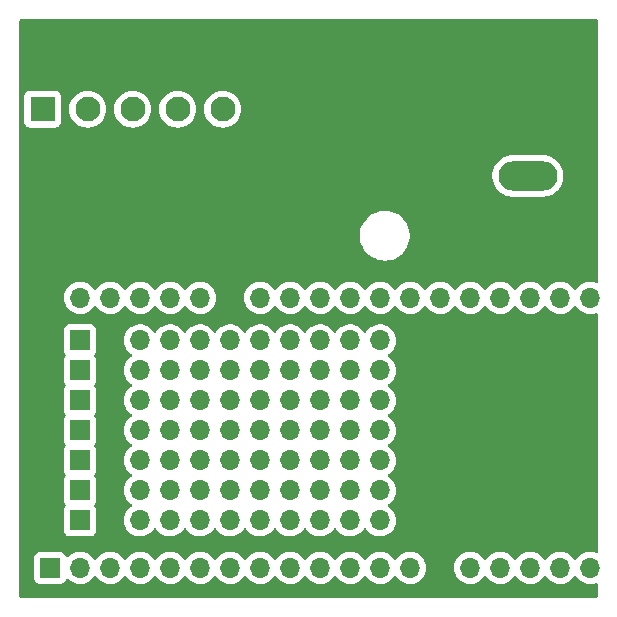
<source format=gbr>
%TF.GenerationSoftware,KiCad,Pcbnew,(6.0.0)*%
%TF.CreationDate,2022-01-03T21:24:03+08:00*%
%TF.ProjectId,NodeMCU-32S-RGBWA-LED-driver,4e6f6465-4d43-4552-9d33-32532d524742,1*%
%TF.SameCoordinates,PX68d6610PY3c42a2c*%
%TF.FileFunction,Copper,L2,Bot*%
%TF.FilePolarity,Positive*%
%FSLAX46Y46*%
G04 Gerber Fmt 4.6, Leading zero omitted, Abs format (unit mm)*
G04 Created by KiCad (PCBNEW (6.0.0)) date 2022-01-03 21:24:03*
%MOMM*%
%LPD*%
G01*
G04 APERTURE LIST*
%TA.AperFunction,ComponentPad*%
%ADD10R,1.700000X1.700000*%
%TD*%
%TA.AperFunction,ComponentPad*%
%ADD11O,1.700000X1.700000*%
%TD*%
%TA.AperFunction,ComponentPad*%
%ADD12R,2.100000X2.100000*%
%TD*%
%TA.AperFunction,ComponentPad*%
%ADD13C,2.100000*%
%TD*%
%TA.AperFunction,ComponentPad*%
%ADD14O,5.000000X2.500000*%
%TD*%
%TA.AperFunction,ComponentPad*%
%ADD15O,4.500000X2.250000*%
%TD*%
%TA.AperFunction,ViaPad*%
%ADD16C,0.800000*%
%TD*%
%TA.AperFunction,ViaPad*%
%ADD17C,1.200000*%
%TD*%
G04 APERTURE END LIST*
D10*
%TO.P,J9,1,Pin_1*%
%TO.N,+3V3*%
X5450000Y-27582500D03*
D11*
%TO.P,J9,2,Pin_2*%
%TO.N,GND*%
X7990000Y-27582500D03*
%TO.P,J9,3,Pin_3*%
%TO.N,unconnected-(J9-Pad3)*%
X10530000Y-27582500D03*
%TO.P,J9,4,Pin_4*%
%TO.N,unconnected-(J9-Pad4)*%
X13070000Y-27582500D03*
%TO.P,J9,5,Pin_5*%
%TO.N,unconnected-(J9-Pad5)*%
X15610000Y-27582500D03*
%TO.P,J9,6,Pin_6*%
%TO.N,unconnected-(J9-Pad6)*%
X18150000Y-27582500D03*
%TO.P,J9,7,Pin_7*%
%TO.N,unconnected-(J9-Pad7)*%
X20690000Y-27582500D03*
%TO.P,J9,8,Pin_8*%
%TO.N,unconnected-(J9-Pad8)*%
X23230000Y-27582500D03*
%TO.P,J9,9,Pin_9*%
%TO.N,unconnected-(J9-Pad9)*%
X25770000Y-27582500D03*
%TO.P,J9,10,Pin_10*%
%TO.N,unconnected-(J9-Pad10)*%
X28310000Y-27582500D03*
%TO.P,J9,11,Pin_11*%
%TO.N,unconnected-(J9-Pad11)*%
X30850000Y-27582500D03*
%TD*%
%TO.P,J8,11,Pin_11*%
%TO.N,unconnected-(J8-Pad11)*%
X30850000Y-30122500D03*
%TO.P,J8,10,Pin_10*%
%TO.N,unconnected-(J8-Pad10)*%
X28310000Y-30122500D03*
%TO.P,J8,9,Pin_9*%
%TO.N,unconnected-(J8-Pad9)*%
X25770000Y-30122500D03*
%TO.P,J8,8,Pin_8*%
%TO.N,unconnected-(J8-Pad8)*%
X23230000Y-30122500D03*
%TO.P,J8,7,Pin_7*%
%TO.N,unconnected-(J8-Pad7)*%
X20690000Y-30122500D03*
%TO.P,J8,6,Pin_6*%
%TO.N,unconnected-(J8-Pad6)*%
X18150000Y-30122500D03*
%TO.P,J8,5,Pin_5*%
%TO.N,unconnected-(J8-Pad5)*%
X15610000Y-30122500D03*
%TO.P,J8,4,Pin_4*%
%TO.N,unconnected-(J8-Pad4)*%
X13070000Y-30122500D03*
%TO.P,J8,3,Pin_3*%
%TO.N,unconnected-(J8-Pad3)*%
X10530000Y-30122500D03*
%TO.P,J8,2,Pin_2*%
%TO.N,GND*%
X7990000Y-30122500D03*
D10*
%TO.P,J8,1,Pin_1*%
%TO.N,+3V3*%
X5450000Y-30122500D03*
%TD*%
D11*
%TO.P,J7,11,Pin_11*%
%TO.N,unconnected-(J7-Pad11)*%
X30850000Y-32662500D03*
%TO.P,J7,10,Pin_10*%
%TO.N,unconnected-(J7-Pad10)*%
X28310000Y-32662500D03*
%TO.P,J7,9,Pin_9*%
%TO.N,unconnected-(J7-Pad9)*%
X25770000Y-32662500D03*
%TO.P,J7,8,Pin_8*%
%TO.N,unconnected-(J7-Pad8)*%
X23230000Y-32662500D03*
%TO.P,J7,7,Pin_7*%
%TO.N,unconnected-(J7-Pad7)*%
X20690000Y-32662500D03*
%TO.P,J7,6,Pin_6*%
%TO.N,unconnected-(J7-Pad6)*%
X18150000Y-32662500D03*
%TO.P,J7,5,Pin_5*%
%TO.N,unconnected-(J7-Pad5)*%
X15610000Y-32662500D03*
%TO.P,J7,4,Pin_4*%
%TO.N,unconnected-(J7-Pad4)*%
X13070000Y-32662500D03*
%TO.P,J7,3,Pin_3*%
%TO.N,unconnected-(J7-Pad3)*%
X10530000Y-32662500D03*
%TO.P,J7,2,Pin_2*%
%TO.N,GND*%
X7990000Y-32662500D03*
D10*
%TO.P,J7,1,Pin_1*%
%TO.N,+3V3*%
X5450000Y-32662500D03*
%TD*%
D11*
%TO.P,J6,11,Pin_11*%
%TO.N,unconnected-(J6-Pad11)*%
X30850000Y-35202500D03*
%TO.P,J6,10,Pin_10*%
%TO.N,unconnected-(J6-Pad10)*%
X28310000Y-35202500D03*
%TO.P,J6,9,Pin_9*%
%TO.N,unconnected-(J6-Pad9)*%
X25770000Y-35202500D03*
%TO.P,J6,8,Pin_8*%
%TO.N,unconnected-(J6-Pad8)*%
X23230000Y-35202500D03*
%TO.P,J6,7,Pin_7*%
%TO.N,unconnected-(J6-Pad7)*%
X20690000Y-35202500D03*
%TO.P,J6,6,Pin_6*%
%TO.N,unconnected-(J6-Pad6)*%
X18150000Y-35202500D03*
%TO.P,J6,5,Pin_5*%
%TO.N,unconnected-(J6-Pad5)*%
X15610000Y-35202500D03*
%TO.P,J6,4,Pin_4*%
%TO.N,unconnected-(J6-Pad4)*%
X13070000Y-35202500D03*
%TO.P,J6,3,Pin_3*%
%TO.N,unconnected-(J6-Pad3)*%
X10530000Y-35202500D03*
%TO.P,J6,2,Pin_2*%
%TO.N,GND*%
X7990000Y-35202500D03*
D10*
%TO.P,J6,1,Pin_1*%
%TO.N,+3V3*%
X5450000Y-35202500D03*
%TD*%
D11*
%TO.P,J5,11,Pin_11*%
%TO.N,unconnected-(J5-Pad11)*%
X30850000Y-37742500D03*
%TO.P,J5,10,Pin_10*%
%TO.N,unconnected-(J5-Pad10)*%
X28310000Y-37742500D03*
%TO.P,J5,9,Pin_9*%
%TO.N,unconnected-(J5-Pad9)*%
X25770000Y-37742500D03*
%TO.P,J5,8,Pin_8*%
%TO.N,unconnected-(J5-Pad8)*%
X23230000Y-37742500D03*
%TO.P,J5,7,Pin_7*%
%TO.N,unconnected-(J5-Pad7)*%
X20690000Y-37742500D03*
%TO.P,J5,6,Pin_6*%
%TO.N,unconnected-(J5-Pad6)*%
X18150000Y-37742500D03*
%TO.P,J5,5,Pin_5*%
%TO.N,unconnected-(J5-Pad5)*%
X15610000Y-37742500D03*
%TO.P,J5,4,Pin_4*%
%TO.N,unconnected-(J5-Pad4)*%
X13070000Y-37742500D03*
%TO.P,J5,3,Pin_3*%
%TO.N,unconnected-(J5-Pad3)*%
X10530000Y-37742500D03*
%TO.P,J5,2,Pin_2*%
%TO.N,GND*%
X7990000Y-37742500D03*
D10*
%TO.P,J5,1,Pin_1*%
%TO.N,+3V3*%
X5450000Y-37742500D03*
%TD*%
D11*
%TO.P,J4,11,Pin_11*%
%TO.N,unconnected-(J4-Pad11)*%
X30850000Y-40282500D03*
%TO.P,J4,10,Pin_10*%
%TO.N,unconnected-(J4-Pad10)*%
X28310000Y-40282500D03*
%TO.P,J4,9,Pin_9*%
%TO.N,unconnected-(J4-Pad9)*%
X25770000Y-40282500D03*
%TO.P,J4,8,Pin_8*%
%TO.N,unconnected-(J4-Pad8)*%
X23230000Y-40282500D03*
%TO.P,J4,7,Pin_7*%
%TO.N,unconnected-(J4-Pad7)*%
X20690000Y-40282500D03*
%TO.P,J4,6,Pin_6*%
%TO.N,unconnected-(J4-Pad6)*%
X18150000Y-40282500D03*
%TO.P,J4,5,Pin_5*%
%TO.N,unconnected-(J4-Pad5)*%
X15610000Y-40282500D03*
%TO.P,J4,4,Pin_4*%
%TO.N,unconnected-(J4-Pad4)*%
X13070000Y-40282500D03*
%TO.P,J4,3,Pin_3*%
%TO.N,unconnected-(J4-Pad3)*%
X10530000Y-40282500D03*
%TO.P,J4,2,Pin_2*%
%TO.N,GND*%
X7990000Y-40282500D03*
D10*
%TO.P,J4,1,Pin_1*%
%TO.N,+3V3*%
X5450000Y-40282500D03*
%TD*%
D11*
%TO.P,J3,11,Pin_11*%
%TO.N,unconnected-(J3-Pad11)*%
X30850000Y-42822500D03*
%TO.P,J3,10,Pin_10*%
%TO.N,unconnected-(J3-Pad10)*%
X28310000Y-42822500D03*
%TO.P,J3,9,Pin_9*%
%TO.N,unconnected-(J3-Pad9)*%
X25770000Y-42822500D03*
%TO.P,J3,8,Pin_8*%
%TO.N,unconnected-(J3-Pad8)*%
X23230000Y-42822500D03*
%TO.P,J3,7,Pin_7*%
%TO.N,unconnected-(J3-Pad7)*%
X20690000Y-42822500D03*
%TO.P,J3,6,Pin_6*%
%TO.N,unconnected-(J3-Pad6)*%
X18150000Y-42822500D03*
%TO.P,J3,5,Pin_5*%
%TO.N,unconnected-(J3-Pad5)*%
X15610000Y-42822500D03*
%TO.P,J3,4,Pin_4*%
%TO.N,unconnected-(J3-Pad4)*%
X13070000Y-42822500D03*
%TO.P,J3,3,Pin_3*%
%TO.N,unconnected-(J3-Pad3)*%
X10530000Y-42822500D03*
%TO.P,J3,2,Pin_2*%
%TO.N,GND*%
X7990000Y-42822500D03*
D10*
%TO.P,J3,1,Pin_1*%
%TO.N,+3V3*%
X5450000Y-42822500D03*
%TD*%
%TO.P,U1,1,VDD3V3*%
%TO.N,+3V3*%
X2910000Y-46842500D03*
D11*
%TO.P,U1,2,~EN~*%
%TO.N,unconnected-(U1-Pad2)*%
X5450000Y-46842500D03*
%TO.P,U1,3,SVP*%
%TO.N,unconnected-(U1-Pad3)*%
X7990000Y-46842500D03*
%TO.P,U1,4,SVN*%
%TO.N,unconnected-(U1-Pad4)*%
X10530000Y-46842500D03*
%TO.P,U1,5,IO34*%
%TO.N,unconnected-(U1-Pad5)*%
X13070000Y-46842500D03*
%TO.P,U1,6,IO35*%
%TO.N,unconnected-(U1-Pad6)*%
X15610000Y-46842500D03*
%TO.P,U1,7,IO32*%
%TO.N,unconnected-(U1-Pad7)*%
X18150000Y-46842500D03*
%TO.P,U1,8,IO33*%
%TO.N,unconnected-(U1-Pad8)*%
X20690000Y-46842500D03*
%TO.P,U1,9,IO25*%
%TO.N,unconnected-(U1-Pad9)*%
X23230000Y-46842500D03*
%TO.P,U1,10,IO26*%
%TO.N,unconnected-(U1-Pad10)*%
X25770000Y-46842500D03*
%TO.P,U1,11,IO27*%
%TO.N,unconnected-(U1-Pad11)*%
X28310000Y-46842500D03*
%TO.P,U1,12,IO14*%
%TO.N,unconnected-(U1-Pad12)*%
X30850000Y-46842500D03*
%TO.P,U1,13,IO12*%
%TO.N,unconnected-(U1-Pad13)*%
X33390000Y-46842500D03*
%TO.P,U1,14,GND*%
%TO.N,GND*%
X35930000Y-46842500D03*
%TO.P,U1,15,IO13*%
%TO.N,unconnected-(U1-Pad15)*%
X38470000Y-46842500D03*
%TO.P,U1,16,SD2*%
%TO.N,unconnected-(U1-Pad16)*%
X41010000Y-46842500D03*
%TO.P,U1,17,SD3*%
%TO.N,unconnected-(U1-Pad17)*%
X43550000Y-46842500D03*
%TO.P,U1,18,CMD*%
%TO.N,unconnected-(U1-Pad18)*%
X46090000Y-46842500D03*
%TO.P,U1,19,VDD5V*%
%TO.N,unconnected-(U1-Pad19)*%
X48630000Y-46842500D03*
%TO.P,U1,20,CLK*%
%TO.N,unconnected-(U1-Pad20)*%
X48630000Y-23982500D03*
%TO.P,U1,21,SD0*%
%TO.N,unconnected-(U1-Pad21)*%
X46090000Y-23982500D03*
%TO.P,U1,22,SD1*%
%TO.N,unconnected-(U1-Pad22)*%
X43550000Y-23982500D03*
%TO.P,U1,23,IO15*%
%TO.N,unconnected-(U1-Pad23)*%
X41010000Y-23982500D03*
%TO.P,U1,24,IO2*%
%TO.N,unconnected-(U1-Pad24)*%
X38470000Y-23982500D03*
%TO.P,U1,25,IO0*%
%TO.N,unconnected-(U1-Pad25)*%
X35930000Y-23982500D03*
%TO.P,U1,26,IO4*%
%TO.N,unconnected-(U1-Pad26)*%
X33390000Y-23982500D03*
%TO.P,U1,27,IO16*%
%TO.N,Net-(R4-Pad1)*%
X30850000Y-23982500D03*
%TO.P,U1,28,IO17*%
%TO.N,Net-(R3-Pad1)*%
X28310000Y-23982500D03*
%TO.P,U1,29,IO5*%
%TO.N,unconnected-(U1-Pad29)*%
X25770000Y-23982500D03*
%TO.P,U1,30,IO18*%
%TO.N,Net-(R2-Pad1)*%
X23230000Y-23982500D03*
%TO.P,U1,31,IO19*%
%TO.N,Net-(R1-Pad1)*%
X20690000Y-23982500D03*
%TO.P,U1,32,GND*%
%TO.N,GND*%
X18150000Y-23982500D03*
%TO.P,U1,33,IO21*%
%TO.N,unconnected-(U1-Pad33)*%
X15610000Y-23982500D03*
%TO.P,U1,34,U0RX*%
%TO.N,unconnected-(U1-Pad34)*%
X13070000Y-23982500D03*
%TO.P,U1,35,U0TX*%
%TO.N,unconnected-(U1-Pad35)*%
X10530000Y-23982500D03*
%TO.P,U1,36,IO22*%
%TO.N,unconnected-(U1-Pad36)*%
X7990000Y-23982500D03*
%TO.P,U1,37,IO23*%
%TO.N,unconnected-(U1-Pad37)*%
X5450000Y-23982500D03*
%TO.P,U1,38,GND*%
%TO.N,GND*%
X2910000Y-23982500D03*
%TD*%
D12*
%TO.P,J2,1,1*%
%TO.N,VDD*%
X2300000Y-8000000D03*
D13*
%TO.P,J2,2,2*%
%TO.N,/White{slash}Clk0*%
X6110000Y-8000000D03*
%TO.P,J2,3,3*%
%TO.N,/Red{slash}Dat0*%
X9920000Y-8000000D03*
%TO.P,J2,4,4*%
%TO.N,/Green{slash}Clk1*%
X13730000Y-8000000D03*
%TO.P,J2,5,5*%
%TO.N,/Blue{slash}Dat1*%
X17540000Y-8000000D03*
%TO.P,J2,6,6*%
%TO.N,GND*%
X21350000Y-8000000D03*
%TD*%
D14*
%TO.P,J1,1*%
%TO.N,VDD*%
X43370000Y-13650000D03*
D15*
%TO.P,J1,2*%
%TO.N,GND*%
X43370000Y-7650000D03*
%TD*%
D16*
%TO.N,GND*%
X16020000Y-15762500D03*
X6070000Y-16562500D03*
X20270000Y-16562500D03*
X21970000Y-16562500D03*
X6920000Y-15762500D03*
X16020000Y-16562500D03*
X6920000Y-16562500D03*
X21120000Y-16562500D03*
X20270000Y-15762500D03*
X10620000Y-15762500D03*
X10620000Y-16562500D03*
X7820000Y-20512500D03*
X14851049Y-20681451D03*
D17*
X46220000Y-20462500D03*
D16*
X19420000Y-15762500D03*
X15170000Y-16562500D03*
X21520000Y-15012500D03*
X19870688Y-18811812D03*
X11470000Y-15762500D03*
X5220000Y-15762500D03*
X9770000Y-15762500D03*
X5220000Y-16562500D03*
X11470000Y-16562500D03*
X15170000Y-15762500D03*
X21970000Y-15762500D03*
X14320000Y-15762500D03*
X21120000Y-15762500D03*
X9770000Y-16562500D03*
X6070000Y-15762500D03*
X14320000Y-16562500D03*
%TD*%
%TA.AperFunction,Conductor*%
%TO.N,GND*%
G36*
X49254121Y-390502D02*
G01*
X49300614Y-444158D01*
X49312000Y-496500D01*
X49312000Y-22604483D01*
X49291998Y-22672604D01*
X49238342Y-22719097D01*
X49168068Y-22729201D01*
X49143941Y-22723256D01*
X48983091Y-22666296D01*
X48983083Y-22666294D01*
X48978212Y-22664569D01*
X48973119Y-22663662D01*
X48973116Y-22663661D01*
X48763373Y-22626300D01*
X48763367Y-22626299D01*
X48758284Y-22625394D01*
X48684452Y-22624492D01*
X48540081Y-22622728D01*
X48540079Y-22622728D01*
X48534911Y-22622665D01*
X48314091Y-22656455D01*
X48101756Y-22725857D01*
X47903607Y-22829007D01*
X47899474Y-22832110D01*
X47899471Y-22832112D01*
X47875247Y-22850300D01*
X47724965Y-22963135D01*
X47570629Y-23124638D01*
X47463201Y-23282121D01*
X47408293Y-23327121D01*
X47337768Y-23335292D01*
X47274021Y-23304038D01*
X47253324Y-23279554D01*
X47172822Y-23155117D01*
X47172820Y-23155114D01*
X47170014Y-23150777D01*
X47019670Y-22985551D01*
X47015619Y-22982352D01*
X47015615Y-22982348D01*
X46848414Y-22850300D01*
X46848410Y-22850298D01*
X46844359Y-22847098D01*
X46648789Y-22739138D01*
X46643920Y-22737414D01*
X46643916Y-22737412D01*
X46443087Y-22666295D01*
X46443083Y-22666294D01*
X46438212Y-22664569D01*
X46433119Y-22663662D01*
X46433116Y-22663661D01*
X46223373Y-22626300D01*
X46223367Y-22626299D01*
X46218284Y-22625394D01*
X46144452Y-22624492D01*
X46000081Y-22622728D01*
X46000079Y-22622728D01*
X45994911Y-22622665D01*
X45774091Y-22656455D01*
X45561756Y-22725857D01*
X45363607Y-22829007D01*
X45359474Y-22832110D01*
X45359471Y-22832112D01*
X45335247Y-22850300D01*
X45184965Y-22963135D01*
X45030629Y-23124638D01*
X44923201Y-23282121D01*
X44868293Y-23327121D01*
X44797768Y-23335292D01*
X44734021Y-23304038D01*
X44713324Y-23279554D01*
X44632822Y-23155117D01*
X44632820Y-23155114D01*
X44630014Y-23150777D01*
X44479670Y-22985551D01*
X44475619Y-22982352D01*
X44475615Y-22982348D01*
X44308414Y-22850300D01*
X44308410Y-22850298D01*
X44304359Y-22847098D01*
X44108789Y-22739138D01*
X44103920Y-22737414D01*
X44103916Y-22737412D01*
X43903087Y-22666295D01*
X43903083Y-22666294D01*
X43898212Y-22664569D01*
X43893119Y-22663662D01*
X43893116Y-22663661D01*
X43683373Y-22626300D01*
X43683367Y-22626299D01*
X43678284Y-22625394D01*
X43604452Y-22624492D01*
X43460081Y-22622728D01*
X43460079Y-22622728D01*
X43454911Y-22622665D01*
X43234091Y-22656455D01*
X43021756Y-22725857D01*
X42823607Y-22829007D01*
X42819474Y-22832110D01*
X42819471Y-22832112D01*
X42795247Y-22850300D01*
X42644965Y-22963135D01*
X42490629Y-23124638D01*
X42383201Y-23282121D01*
X42328293Y-23327121D01*
X42257768Y-23335292D01*
X42194021Y-23304038D01*
X42173324Y-23279554D01*
X42092822Y-23155117D01*
X42092820Y-23155114D01*
X42090014Y-23150777D01*
X41939670Y-22985551D01*
X41935619Y-22982352D01*
X41935615Y-22982348D01*
X41768414Y-22850300D01*
X41768410Y-22850298D01*
X41764359Y-22847098D01*
X41568789Y-22739138D01*
X41563920Y-22737414D01*
X41563916Y-22737412D01*
X41363087Y-22666295D01*
X41363083Y-22666294D01*
X41358212Y-22664569D01*
X41353119Y-22663662D01*
X41353116Y-22663661D01*
X41143373Y-22626300D01*
X41143367Y-22626299D01*
X41138284Y-22625394D01*
X41064452Y-22624492D01*
X40920081Y-22622728D01*
X40920079Y-22622728D01*
X40914911Y-22622665D01*
X40694091Y-22656455D01*
X40481756Y-22725857D01*
X40283607Y-22829007D01*
X40279474Y-22832110D01*
X40279471Y-22832112D01*
X40255247Y-22850300D01*
X40104965Y-22963135D01*
X39950629Y-23124638D01*
X39843201Y-23282121D01*
X39788293Y-23327121D01*
X39717768Y-23335292D01*
X39654021Y-23304038D01*
X39633324Y-23279554D01*
X39552822Y-23155117D01*
X39552820Y-23155114D01*
X39550014Y-23150777D01*
X39399670Y-22985551D01*
X39395619Y-22982352D01*
X39395615Y-22982348D01*
X39228414Y-22850300D01*
X39228410Y-22850298D01*
X39224359Y-22847098D01*
X39028789Y-22739138D01*
X39023920Y-22737414D01*
X39023916Y-22737412D01*
X38823087Y-22666295D01*
X38823083Y-22666294D01*
X38818212Y-22664569D01*
X38813119Y-22663662D01*
X38813116Y-22663661D01*
X38603373Y-22626300D01*
X38603367Y-22626299D01*
X38598284Y-22625394D01*
X38524452Y-22624492D01*
X38380081Y-22622728D01*
X38380079Y-22622728D01*
X38374911Y-22622665D01*
X38154091Y-22656455D01*
X37941756Y-22725857D01*
X37743607Y-22829007D01*
X37739474Y-22832110D01*
X37739471Y-22832112D01*
X37715247Y-22850300D01*
X37564965Y-22963135D01*
X37410629Y-23124638D01*
X37303201Y-23282121D01*
X37248293Y-23327121D01*
X37177768Y-23335292D01*
X37114021Y-23304038D01*
X37093324Y-23279554D01*
X37012822Y-23155117D01*
X37012820Y-23155114D01*
X37010014Y-23150777D01*
X36859670Y-22985551D01*
X36855619Y-22982352D01*
X36855615Y-22982348D01*
X36688414Y-22850300D01*
X36688410Y-22850298D01*
X36684359Y-22847098D01*
X36488789Y-22739138D01*
X36483920Y-22737414D01*
X36483916Y-22737412D01*
X36283087Y-22666295D01*
X36283083Y-22666294D01*
X36278212Y-22664569D01*
X36273119Y-22663662D01*
X36273116Y-22663661D01*
X36063373Y-22626300D01*
X36063367Y-22626299D01*
X36058284Y-22625394D01*
X35984452Y-22624492D01*
X35840081Y-22622728D01*
X35840079Y-22622728D01*
X35834911Y-22622665D01*
X35614091Y-22656455D01*
X35401756Y-22725857D01*
X35203607Y-22829007D01*
X35199474Y-22832110D01*
X35199471Y-22832112D01*
X35175247Y-22850300D01*
X35024965Y-22963135D01*
X34870629Y-23124638D01*
X34763201Y-23282121D01*
X34708293Y-23327121D01*
X34637768Y-23335292D01*
X34574021Y-23304038D01*
X34553324Y-23279554D01*
X34472822Y-23155117D01*
X34472820Y-23155114D01*
X34470014Y-23150777D01*
X34319670Y-22985551D01*
X34315619Y-22982352D01*
X34315615Y-22982348D01*
X34148414Y-22850300D01*
X34148410Y-22850298D01*
X34144359Y-22847098D01*
X33948789Y-22739138D01*
X33943920Y-22737414D01*
X33943916Y-22737412D01*
X33743087Y-22666295D01*
X33743083Y-22666294D01*
X33738212Y-22664569D01*
X33733119Y-22663662D01*
X33733116Y-22663661D01*
X33523373Y-22626300D01*
X33523367Y-22626299D01*
X33518284Y-22625394D01*
X33444452Y-22624492D01*
X33300081Y-22622728D01*
X33300079Y-22622728D01*
X33294911Y-22622665D01*
X33074091Y-22656455D01*
X32861756Y-22725857D01*
X32663607Y-22829007D01*
X32659474Y-22832110D01*
X32659471Y-22832112D01*
X32635247Y-22850300D01*
X32484965Y-22963135D01*
X32330629Y-23124638D01*
X32223201Y-23282121D01*
X32168293Y-23327121D01*
X32097768Y-23335292D01*
X32034021Y-23304038D01*
X32013324Y-23279554D01*
X31932822Y-23155117D01*
X31932820Y-23155114D01*
X31930014Y-23150777D01*
X31779670Y-22985551D01*
X31775619Y-22982352D01*
X31775615Y-22982348D01*
X31608414Y-22850300D01*
X31608410Y-22850298D01*
X31604359Y-22847098D01*
X31408789Y-22739138D01*
X31403920Y-22737414D01*
X31403916Y-22737412D01*
X31203087Y-22666295D01*
X31203083Y-22666294D01*
X31198212Y-22664569D01*
X31193119Y-22663662D01*
X31193116Y-22663661D01*
X30983373Y-22626300D01*
X30983367Y-22626299D01*
X30978284Y-22625394D01*
X30904452Y-22624492D01*
X30760081Y-22622728D01*
X30760079Y-22622728D01*
X30754911Y-22622665D01*
X30534091Y-22656455D01*
X30321756Y-22725857D01*
X30123607Y-22829007D01*
X30119474Y-22832110D01*
X30119471Y-22832112D01*
X30095247Y-22850300D01*
X29944965Y-22963135D01*
X29790629Y-23124638D01*
X29683201Y-23282121D01*
X29628293Y-23327121D01*
X29557768Y-23335292D01*
X29494021Y-23304038D01*
X29473324Y-23279554D01*
X29392822Y-23155117D01*
X29392820Y-23155114D01*
X29390014Y-23150777D01*
X29239670Y-22985551D01*
X29235619Y-22982352D01*
X29235615Y-22982348D01*
X29068414Y-22850300D01*
X29068410Y-22850298D01*
X29064359Y-22847098D01*
X28868789Y-22739138D01*
X28863920Y-22737414D01*
X28863916Y-22737412D01*
X28663087Y-22666295D01*
X28663083Y-22666294D01*
X28658212Y-22664569D01*
X28653119Y-22663662D01*
X28653116Y-22663661D01*
X28443373Y-22626300D01*
X28443367Y-22626299D01*
X28438284Y-22625394D01*
X28364452Y-22624492D01*
X28220081Y-22622728D01*
X28220079Y-22622728D01*
X28214911Y-22622665D01*
X27994091Y-22656455D01*
X27781756Y-22725857D01*
X27583607Y-22829007D01*
X27579474Y-22832110D01*
X27579471Y-22832112D01*
X27555247Y-22850300D01*
X27404965Y-22963135D01*
X27250629Y-23124638D01*
X27143201Y-23282121D01*
X27088293Y-23327121D01*
X27017768Y-23335292D01*
X26954021Y-23304038D01*
X26933324Y-23279554D01*
X26852822Y-23155117D01*
X26852820Y-23155114D01*
X26850014Y-23150777D01*
X26699670Y-22985551D01*
X26695619Y-22982352D01*
X26695615Y-22982348D01*
X26528414Y-22850300D01*
X26528410Y-22850298D01*
X26524359Y-22847098D01*
X26328789Y-22739138D01*
X26323920Y-22737414D01*
X26323916Y-22737412D01*
X26123087Y-22666295D01*
X26123083Y-22666294D01*
X26118212Y-22664569D01*
X26113119Y-22663662D01*
X26113116Y-22663661D01*
X25903373Y-22626300D01*
X25903367Y-22626299D01*
X25898284Y-22625394D01*
X25824452Y-22624492D01*
X25680081Y-22622728D01*
X25680079Y-22622728D01*
X25674911Y-22622665D01*
X25454091Y-22656455D01*
X25241756Y-22725857D01*
X25043607Y-22829007D01*
X25039474Y-22832110D01*
X25039471Y-22832112D01*
X25015247Y-22850300D01*
X24864965Y-22963135D01*
X24710629Y-23124638D01*
X24603201Y-23282121D01*
X24548293Y-23327121D01*
X24477768Y-23335292D01*
X24414021Y-23304038D01*
X24393324Y-23279554D01*
X24312822Y-23155117D01*
X24312820Y-23155114D01*
X24310014Y-23150777D01*
X24159670Y-22985551D01*
X24155619Y-22982352D01*
X24155615Y-22982348D01*
X23988414Y-22850300D01*
X23988410Y-22850298D01*
X23984359Y-22847098D01*
X23788789Y-22739138D01*
X23783920Y-22737414D01*
X23783916Y-22737412D01*
X23583087Y-22666295D01*
X23583083Y-22666294D01*
X23578212Y-22664569D01*
X23573119Y-22663662D01*
X23573116Y-22663661D01*
X23363373Y-22626300D01*
X23363367Y-22626299D01*
X23358284Y-22625394D01*
X23284452Y-22624492D01*
X23140081Y-22622728D01*
X23140079Y-22622728D01*
X23134911Y-22622665D01*
X22914091Y-22656455D01*
X22701756Y-22725857D01*
X22503607Y-22829007D01*
X22499474Y-22832110D01*
X22499471Y-22832112D01*
X22475247Y-22850300D01*
X22324965Y-22963135D01*
X22170629Y-23124638D01*
X22063201Y-23282121D01*
X22008293Y-23327121D01*
X21937768Y-23335292D01*
X21874021Y-23304038D01*
X21853324Y-23279554D01*
X21772822Y-23155117D01*
X21772820Y-23155114D01*
X21770014Y-23150777D01*
X21619670Y-22985551D01*
X21615619Y-22982352D01*
X21615615Y-22982348D01*
X21448414Y-22850300D01*
X21448410Y-22850298D01*
X21444359Y-22847098D01*
X21248789Y-22739138D01*
X21243920Y-22737414D01*
X21243916Y-22737412D01*
X21043087Y-22666295D01*
X21043083Y-22666294D01*
X21038212Y-22664569D01*
X21033119Y-22663662D01*
X21033116Y-22663661D01*
X20823373Y-22626300D01*
X20823367Y-22626299D01*
X20818284Y-22625394D01*
X20744452Y-22624492D01*
X20600081Y-22622728D01*
X20600079Y-22622728D01*
X20594911Y-22622665D01*
X20374091Y-22656455D01*
X20161756Y-22725857D01*
X19963607Y-22829007D01*
X19959474Y-22832110D01*
X19959471Y-22832112D01*
X19935247Y-22850300D01*
X19784965Y-22963135D01*
X19630629Y-23124638D01*
X19504743Y-23309180D01*
X19410688Y-23511805D01*
X19350989Y-23727070D01*
X19327251Y-23949195D01*
X19327548Y-23954348D01*
X19327548Y-23954351D01*
X19333011Y-24049090D01*
X19340110Y-24172215D01*
X19341247Y-24177261D01*
X19341248Y-24177267D01*
X19361119Y-24265439D01*
X19389222Y-24390139D01*
X19473266Y-24597116D01*
X19524019Y-24679938D01*
X19587291Y-24783188D01*
X19589987Y-24787588D01*
X19736250Y-24956438D01*
X19908126Y-25099132D01*
X20101000Y-25211838D01*
X20309692Y-25291530D01*
X20314760Y-25292561D01*
X20314763Y-25292562D01*
X20422017Y-25314383D01*
X20528597Y-25336067D01*
X20533772Y-25336257D01*
X20533774Y-25336257D01*
X20746673Y-25344064D01*
X20746677Y-25344064D01*
X20751837Y-25344253D01*
X20756957Y-25343597D01*
X20756959Y-25343597D01*
X20968288Y-25316525D01*
X20968289Y-25316525D01*
X20973416Y-25315868D01*
X20978366Y-25314383D01*
X21182429Y-25253161D01*
X21182434Y-25253159D01*
X21187384Y-25251674D01*
X21387994Y-25153396D01*
X21569860Y-25023673D01*
X21728096Y-24865989D01*
X21787594Y-24783189D01*
X21858453Y-24684577D01*
X21859776Y-24685528D01*
X21906645Y-24642357D01*
X21976580Y-24630125D01*
X22042026Y-24657644D01*
X22069875Y-24689494D01*
X22129987Y-24787588D01*
X22276250Y-24956438D01*
X22448126Y-25099132D01*
X22641000Y-25211838D01*
X22849692Y-25291530D01*
X22854760Y-25292561D01*
X22854763Y-25292562D01*
X22962017Y-25314383D01*
X23068597Y-25336067D01*
X23073772Y-25336257D01*
X23073774Y-25336257D01*
X23286673Y-25344064D01*
X23286677Y-25344064D01*
X23291837Y-25344253D01*
X23296957Y-25343597D01*
X23296959Y-25343597D01*
X23508288Y-25316525D01*
X23508289Y-25316525D01*
X23513416Y-25315868D01*
X23518366Y-25314383D01*
X23722429Y-25253161D01*
X23722434Y-25253159D01*
X23727384Y-25251674D01*
X23927994Y-25153396D01*
X24109860Y-25023673D01*
X24268096Y-24865989D01*
X24327594Y-24783189D01*
X24398453Y-24684577D01*
X24399776Y-24685528D01*
X24446645Y-24642357D01*
X24516580Y-24630125D01*
X24582026Y-24657644D01*
X24609875Y-24689494D01*
X24669987Y-24787588D01*
X24816250Y-24956438D01*
X24988126Y-25099132D01*
X25181000Y-25211838D01*
X25389692Y-25291530D01*
X25394760Y-25292561D01*
X25394763Y-25292562D01*
X25502017Y-25314383D01*
X25608597Y-25336067D01*
X25613772Y-25336257D01*
X25613774Y-25336257D01*
X25826673Y-25344064D01*
X25826677Y-25344064D01*
X25831837Y-25344253D01*
X25836957Y-25343597D01*
X25836959Y-25343597D01*
X26048288Y-25316525D01*
X26048289Y-25316525D01*
X26053416Y-25315868D01*
X26058366Y-25314383D01*
X26262429Y-25253161D01*
X26262434Y-25253159D01*
X26267384Y-25251674D01*
X26467994Y-25153396D01*
X26649860Y-25023673D01*
X26808096Y-24865989D01*
X26867594Y-24783189D01*
X26938453Y-24684577D01*
X26939776Y-24685528D01*
X26986645Y-24642357D01*
X27056580Y-24630125D01*
X27122026Y-24657644D01*
X27149875Y-24689494D01*
X27209987Y-24787588D01*
X27356250Y-24956438D01*
X27528126Y-25099132D01*
X27721000Y-25211838D01*
X27929692Y-25291530D01*
X27934760Y-25292561D01*
X27934763Y-25292562D01*
X28042017Y-25314383D01*
X28148597Y-25336067D01*
X28153772Y-25336257D01*
X28153774Y-25336257D01*
X28366673Y-25344064D01*
X28366677Y-25344064D01*
X28371837Y-25344253D01*
X28376957Y-25343597D01*
X28376959Y-25343597D01*
X28588288Y-25316525D01*
X28588289Y-25316525D01*
X28593416Y-25315868D01*
X28598366Y-25314383D01*
X28802429Y-25253161D01*
X28802434Y-25253159D01*
X28807384Y-25251674D01*
X29007994Y-25153396D01*
X29189860Y-25023673D01*
X29348096Y-24865989D01*
X29407594Y-24783189D01*
X29478453Y-24684577D01*
X29479776Y-24685528D01*
X29526645Y-24642357D01*
X29596580Y-24630125D01*
X29662026Y-24657644D01*
X29689875Y-24689494D01*
X29749987Y-24787588D01*
X29896250Y-24956438D01*
X30068126Y-25099132D01*
X30261000Y-25211838D01*
X30469692Y-25291530D01*
X30474760Y-25292561D01*
X30474763Y-25292562D01*
X30582017Y-25314383D01*
X30688597Y-25336067D01*
X30693772Y-25336257D01*
X30693774Y-25336257D01*
X30906673Y-25344064D01*
X30906677Y-25344064D01*
X30911837Y-25344253D01*
X30916957Y-25343597D01*
X30916959Y-25343597D01*
X31128288Y-25316525D01*
X31128289Y-25316525D01*
X31133416Y-25315868D01*
X31138366Y-25314383D01*
X31342429Y-25253161D01*
X31342434Y-25253159D01*
X31347384Y-25251674D01*
X31547994Y-25153396D01*
X31729860Y-25023673D01*
X31888096Y-24865989D01*
X31947594Y-24783189D01*
X32018453Y-24684577D01*
X32019776Y-24685528D01*
X32066645Y-24642357D01*
X32136580Y-24630125D01*
X32202026Y-24657644D01*
X32229875Y-24689494D01*
X32289987Y-24787588D01*
X32436250Y-24956438D01*
X32608126Y-25099132D01*
X32801000Y-25211838D01*
X33009692Y-25291530D01*
X33014760Y-25292561D01*
X33014763Y-25292562D01*
X33122017Y-25314383D01*
X33228597Y-25336067D01*
X33233772Y-25336257D01*
X33233774Y-25336257D01*
X33446673Y-25344064D01*
X33446677Y-25344064D01*
X33451837Y-25344253D01*
X33456957Y-25343597D01*
X33456959Y-25343597D01*
X33668288Y-25316525D01*
X33668289Y-25316525D01*
X33673416Y-25315868D01*
X33678366Y-25314383D01*
X33882429Y-25253161D01*
X33882434Y-25253159D01*
X33887384Y-25251674D01*
X34087994Y-25153396D01*
X34269860Y-25023673D01*
X34428096Y-24865989D01*
X34487594Y-24783189D01*
X34558453Y-24684577D01*
X34559776Y-24685528D01*
X34606645Y-24642357D01*
X34676580Y-24630125D01*
X34742026Y-24657644D01*
X34769875Y-24689494D01*
X34829987Y-24787588D01*
X34976250Y-24956438D01*
X35148126Y-25099132D01*
X35341000Y-25211838D01*
X35549692Y-25291530D01*
X35554760Y-25292561D01*
X35554763Y-25292562D01*
X35662017Y-25314383D01*
X35768597Y-25336067D01*
X35773772Y-25336257D01*
X35773774Y-25336257D01*
X35986673Y-25344064D01*
X35986677Y-25344064D01*
X35991837Y-25344253D01*
X35996957Y-25343597D01*
X35996959Y-25343597D01*
X36208288Y-25316525D01*
X36208289Y-25316525D01*
X36213416Y-25315868D01*
X36218366Y-25314383D01*
X36422429Y-25253161D01*
X36422434Y-25253159D01*
X36427384Y-25251674D01*
X36627994Y-25153396D01*
X36809860Y-25023673D01*
X36968096Y-24865989D01*
X37027594Y-24783189D01*
X37098453Y-24684577D01*
X37099776Y-24685528D01*
X37146645Y-24642357D01*
X37216580Y-24630125D01*
X37282026Y-24657644D01*
X37309875Y-24689494D01*
X37369987Y-24787588D01*
X37516250Y-24956438D01*
X37688126Y-25099132D01*
X37881000Y-25211838D01*
X38089692Y-25291530D01*
X38094760Y-25292561D01*
X38094763Y-25292562D01*
X38202017Y-25314383D01*
X38308597Y-25336067D01*
X38313772Y-25336257D01*
X38313774Y-25336257D01*
X38526673Y-25344064D01*
X38526677Y-25344064D01*
X38531837Y-25344253D01*
X38536957Y-25343597D01*
X38536959Y-25343597D01*
X38748288Y-25316525D01*
X38748289Y-25316525D01*
X38753416Y-25315868D01*
X38758366Y-25314383D01*
X38962429Y-25253161D01*
X38962434Y-25253159D01*
X38967384Y-25251674D01*
X39167994Y-25153396D01*
X39349860Y-25023673D01*
X39508096Y-24865989D01*
X39567594Y-24783189D01*
X39638453Y-24684577D01*
X39639776Y-24685528D01*
X39686645Y-24642357D01*
X39756580Y-24630125D01*
X39822026Y-24657644D01*
X39849875Y-24689494D01*
X39909987Y-24787588D01*
X40056250Y-24956438D01*
X40228126Y-25099132D01*
X40421000Y-25211838D01*
X40629692Y-25291530D01*
X40634760Y-25292561D01*
X40634763Y-25292562D01*
X40742017Y-25314383D01*
X40848597Y-25336067D01*
X40853772Y-25336257D01*
X40853774Y-25336257D01*
X41066673Y-25344064D01*
X41066677Y-25344064D01*
X41071837Y-25344253D01*
X41076957Y-25343597D01*
X41076959Y-25343597D01*
X41288288Y-25316525D01*
X41288289Y-25316525D01*
X41293416Y-25315868D01*
X41298366Y-25314383D01*
X41502429Y-25253161D01*
X41502434Y-25253159D01*
X41507384Y-25251674D01*
X41707994Y-25153396D01*
X41889860Y-25023673D01*
X42048096Y-24865989D01*
X42107594Y-24783189D01*
X42178453Y-24684577D01*
X42179776Y-24685528D01*
X42226645Y-24642357D01*
X42296580Y-24630125D01*
X42362026Y-24657644D01*
X42389875Y-24689494D01*
X42449987Y-24787588D01*
X42596250Y-24956438D01*
X42768126Y-25099132D01*
X42961000Y-25211838D01*
X43169692Y-25291530D01*
X43174760Y-25292561D01*
X43174763Y-25292562D01*
X43282017Y-25314383D01*
X43388597Y-25336067D01*
X43393772Y-25336257D01*
X43393774Y-25336257D01*
X43606673Y-25344064D01*
X43606677Y-25344064D01*
X43611837Y-25344253D01*
X43616957Y-25343597D01*
X43616959Y-25343597D01*
X43828288Y-25316525D01*
X43828289Y-25316525D01*
X43833416Y-25315868D01*
X43838366Y-25314383D01*
X44042429Y-25253161D01*
X44042434Y-25253159D01*
X44047384Y-25251674D01*
X44247994Y-25153396D01*
X44429860Y-25023673D01*
X44588096Y-24865989D01*
X44647594Y-24783189D01*
X44718453Y-24684577D01*
X44719776Y-24685528D01*
X44766645Y-24642357D01*
X44836580Y-24630125D01*
X44902026Y-24657644D01*
X44929875Y-24689494D01*
X44989987Y-24787588D01*
X45136250Y-24956438D01*
X45308126Y-25099132D01*
X45501000Y-25211838D01*
X45709692Y-25291530D01*
X45714760Y-25292561D01*
X45714763Y-25292562D01*
X45822017Y-25314383D01*
X45928597Y-25336067D01*
X45933772Y-25336257D01*
X45933774Y-25336257D01*
X46146673Y-25344064D01*
X46146677Y-25344064D01*
X46151837Y-25344253D01*
X46156957Y-25343597D01*
X46156959Y-25343597D01*
X46368288Y-25316525D01*
X46368289Y-25316525D01*
X46373416Y-25315868D01*
X46378366Y-25314383D01*
X46582429Y-25253161D01*
X46582434Y-25253159D01*
X46587384Y-25251674D01*
X46787994Y-25153396D01*
X46969860Y-25023673D01*
X47128096Y-24865989D01*
X47187594Y-24783189D01*
X47258453Y-24684577D01*
X47259776Y-24685528D01*
X47306645Y-24642357D01*
X47376580Y-24630125D01*
X47442026Y-24657644D01*
X47469875Y-24689494D01*
X47529987Y-24787588D01*
X47676250Y-24956438D01*
X47848126Y-25099132D01*
X48041000Y-25211838D01*
X48249692Y-25291530D01*
X48254760Y-25292561D01*
X48254763Y-25292562D01*
X48362017Y-25314383D01*
X48468597Y-25336067D01*
X48473772Y-25336257D01*
X48473774Y-25336257D01*
X48686673Y-25344064D01*
X48686677Y-25344064D01*
X48691837Y-25344253D01*
X48696957Y-25343597D01*
X48696959Y-25343597D01*
X48908288Y-25316525D01*
X48908289Y-25316525D01*
X48913416Y-25315868D01*
X48918366Y-25314383D01*
X49122438Y-25253158D01*
X49122439Y-25253158D01*
X49127384Y-25251674D01*
X49132025Y-25249401D01*
X49136838Y-25247514D01*
X49137397Y-25248940D01*
X49200552Y-25238109D01*
X49265907Y-25265845D01*
X49305892Y-25324511D01*
X49312000Y-25363266D01*
X49312000Y-45464483D01*
X49291998Y-45532604D01*
X49238342Y-45579097D01*
X49168068Y-45589201D01*
X49143941Y-45583256D01*
X48983091Y-45526296D01*
X48983083Y-45526294D01*
X48978212Y-45524569D01*
X48973119Y-45523662D01*
X48973116Y-45523661D01*
X48763373Y-45486300D01*
X48763367Y-45486299D01*
X48758284Y-45485394D01*
X48684452Y-45484492D01*
X48540081Y-45482728D01*
X48540079Y-45482728D01*
X48534911Y-45482665D01*
X48314091Y-45516455D01*
X48101756Y-45585857D01*
X47903607Y-45689007D01*
X47899474Y-45692110D01*
X47899471Y-45692112D01*
X47729100Y-45820030D01*
X47724965Y-45823135D01*
X47721393Y-45826873D01*
X47613729Y-45939537D01*
X47570629Y-45984638D01*
X47463201Y-46142121D01*
X47408293Y-46187121D01*
X47337768Y-46195292D01*
X47274021Y-46164038D01*
X47253324Y-46139554D01*
X47172822Y-46015117D01*
X47172820Y-46015114D01*
X47170014Y-46010777D01*
X47019670Y-45845551D01*
X47015619Y-45842352D01*
X47015615Y-45842348D01*
X46848414Y-45710300D01*
X46848410Y-45710298D01*
X46844359Y-45707098D01*
X46648789Y-45599138D01*
X46643920Y-45597414D01*
X46643916Y-45597412D01*
X46443087Y-45526295D01*
X46443083Y-45526294D01*
X46438212Y-45524569D01*
X46433119Y-45523662D01*
X46433116Y-45523661D01*
X46223373Y-45486300D01*
X46223367Y-45486299D01*
X46218284Y-45485394D01*
X46144452Y-45484492D01*
X46000081Y-45482728D01*
X46000079Y-45482728D01*
X45994911Y-45482665D01*
X45774091Y-45516455D01*
X45561756Y-45585857D01*
X45363607Y-45689007D01*
X45359474Y-45692110D01*
X45359471Y-45692112D01*
X45189100Y-45820030D01*
X45184965Y-45823135D01*
X45181393Y-45826873D01*
X45073729Y-45939537D01*
X45030629Y-45984638D01*
X44923201Y-46142121D01*
X44868293Y-46187121D01*
X44797768Y-46195292D01*
X44734021Y-46164038D01*
X44713324Y-46139554D01*
X44632822Y-46015117D01*
X44632820Y-46015114D01*
X44630014Y-46010777D01*
X44479670Y-45845551D01*
X44475619Y-45842352D01*
X44475615Y-45842348D01*
X44308414Y-45710300D01*
X44308410Y-45710298D01*
X44304359Y-45707098D01*
X44108789Y-45599138D01*
X44103920Y-45597414D01*
X44103916Y-45597412D01*
X43903087Y-45526295D01*
X43903083Y-45526294D01*
X43898212Y-45524569D01*
X43893119Y-45523662D01*
X43893116Y-45523661D01*
X43683373Y-45486300D01*
X43683367Y-45486299D01*
X43678284Y-45485394D01*
X43604452Y-45484492D01*
X43460081Y-45482728D01*
X43460079Y-45482728D01*
X43454911Y-45482665D01*
X43234091Y-45516455D01*
X43021756Y-45585857D01*
X42823607Y-45689007D01*
X42819474Y-45692110D01*
X42819471Y-45692112D01*
X42649100Y-45820030D01*
X42644965Y-45823135D01*
X42641393Y-45826873D01*
X42533729Y-45939537D01*
X42490629Y-45984638D01*
X42383201Y-46142121D01*
X42328293Y-46187121D01*
X42257768Y-46195292D01*
X42194021Y-46164038D01*
X42173324Y-46139554D01*
X42092822Y-46015117D01*
X42092820Y-46015114D01*
X42090014Y-46010777D01*
X41939670Y-45845551D01*
X41935619Y-45842352D01*
X41935615Y-45842348D01*
X41768414Y-45710300D01*
X41768410Y-45710298D01*
X41764359Y-45707098D01*
X41568789Y-45599138D01*
X41563920Y-45597414D01*
X41563916Y-45597412D01*
X41363087Y-45526295D01*
X41363083Y-45526294D01*
X41358212Y-45524569D01*
X41353119Y-45523662D01*
X41353116Y-45523661D01*
X41143373Y-45486300D01*
X41143367Y-45486299D01*
X41138284Y-45485394D01*
X41064452Y-45484492D01*
X40920081Y-45482728D01*
X40920079Y-45482728D01*
X40914911Y-45482665D01*
X40694091Y-45516455D01*
X40481756Y-45585857D01*
X40283607Y-45689007D01*
X40279474Y-45692110D01*
X40279471Y-45692112D01*
X40109100Y-45820030D01*
X40104965Y-45823135D01*
X40101393Y-45826873D01*
X39993729Y-45939537D01*
X39950629Y-45984638D01*
X39843201Y-46142121D01*
X39788293Y-46187121D01*
X39717768Y-46195292D01*
X39654021Y-46164038D01*
X39633324Y-46139554D01*
X39552822Y-46015117D01*
X39552820Y-46015114D01*
X39550014Y-46010777D01*
X39399670Y-45845551D01*
X39395619Y-45842352D01*
X39395615Y-45842348D01*
X39228414Y-45710300D01*
X39228410Y-45710298D01*
X39224359Y-45707098D01*
X39028789Y-45599138D01*
X39023920Y-45597414D01*
X39023916Y-45597412D01*
X38823087Y-45526295D01*
X38823083Y-45526294D01*
X38818212Y-45524569D01*
X38813119Y-45523662D01*
X38813116Y-45523661D01*
X38603373Y-45486300D01*
X38603367Y-45486299D01*
X38598284Y-45485394D01*
X38524452Y-45484492D01*
X38380081Y-45482728D01*
X38380079Y-45482728D01*
X38374911Y-45482665D01*
X38154091Y-45516455D01*
X37941756Y-45585857D01*
X37743607Y-45689007D01*
X37739474Y-45692110D01*
X37739471Y-45692112D01*
X37569100Y-45820030D01*
X37564965Y-45823135D01*
X37561393Y-45826873D01*
X37453729Y-45939537D01*
X37410629Y-45984638D01*
X37284743Y-46169180D01*
X37190688Y-46371805D01*
X37130989Y-46587070D01*
X37107251Y-46809195D01*
X37107548Y-46814348D01*
X37107548Y-46814351D01*
X37113011Y-46909090D01*
X37120110Y-47032215D01*
X37121247Y-47037261D01*
X37121248Y-47037267D01*
X37141119Y-47125439D01*
X37169222Y-47250139D01*
X37253266Y-47457116D01*
X37304019Y-47539938D01*
X37367291Y-47643188D01*
X37369987Y-47647588D01*
X37516250Y-47816438D01*
X37688126Y-47959132D01*
X37881000Y-48071838D01*
X38089692Y-48151530D01*
X38094760Y-48152561D01*
X38094763Y-48152562D01*
X38202017Y-48174383D01*
X38308597Y-48196067D01*
X38313772Y-48196257D01*
X38313774Y-48196257D01*
X38526673Y-48204064D01*
X38526677Y-48204064D01*
X38531837Y-48204253D01*
X38536957Y-48203597D01*
X38536959Y-48203597D01*
X38748288Y-48176525D01*
X38748289Y-48176525D01*
X38753416Y-48175868D01*
X38758366Y-48174383D01*
X38962429Y-48113161D01*
X38962434Y-48113159D01*
X38967384Y-48111674D01*
X39167994Y-48013396D01*
X39349860Y-47883673D01*
X39508096Y-47725989D01*
X39567594Y-47643189D01*
X39638453Y-47544577D01*
X39639776Y-47545528D01*
X39686645Y-47502357D01*
X39756580Y-47490125D01*
X39822026Y-47517644D01*
X39849875Y-47549494D01*
X39909987Y-47647588D01*
X40056250Y-47816438D01*
X40228126Y-47959132D01*
X40421000Y-48071838D01*
X40629692Y-48151530D01*
X40634760Y-48152561D01*
X40634763Y-48152562D01*
X40742017Y-48174383D01*
X40848597Y-48196067D01*
X40853772Y-48196257D01*
X40853774Y-48196257D01*
X41066673Y-48204064D01*
X41066677Y-48204064D01*
X41071837Y-48204253D01*
X41076957Y-48203597D01*
X41076959Y-48203597D01*
X41288288Y-48176525D01*
X41288289Y-48176525D01*
X41293416Y-48175868D01*
X41298366Y-48174383D01*
X41502429Y-48113161D01*
X41502434Y-48113159D01*
X41507384Y-48111674D01*
X41707994Y-48013396D01*
X41889860Y-47883673D01*
X42048096Y-47725989D01*
X42107594Y-47643189D01*
X42178453Y-47544577D01*
X42179776Y-47545528D01*
X42226645Y-47502357D01*
X42296580Y-47490125D01*
X42362026Y-47517644D01*
X42389875Y-47549494D01*
X42449987Y-47647588D01*
X42596250Y-47816438D01*
X42768126Y-47959132D01*
X42961000Y-48071838D01*
X43169692Y-48151530D01*
X43174760Y-48152561D01*
X43174763Y-48152562D01*
X43282017Y-48174383D01*
X43388597Y-48196067D01*
X43393772Y-48196257D01*
X43393774Y-48196257D01*
X43606673Y-48204064D01*
X43606677Y-48204064D01*
X43611837Y-48204253D01*
X43616957Y-48203597D01*
X43616959Y-48203597D01*
X43828288Y-48176525D01*
X43828289Y-48176525D01*
X43833416Y-48175868D01*
X43838366Y-48174383D01*
X44042429Y-48113161D01*
X44042434Y-48113159D01*
X44047384Y-48111674D01*
X44247994Y-48013396D01*
X44429860Y-47883673D01*
X44588096Y-47725989D01*
X44647594Y-47643189D01*
X44718453Y-47544577D01*
X44719776Y-47545528D01*
X44766645Y-47502357D01*
X44836580Y-47490125D01*
X44902026Y-47517644D01*
X44929875Y-47549494D01*
X44989987Y-47647588D01*
X45136250Y-47816438D01*
X45308126Y-47959132D01*
X45501000Y-48071838D01*
X45709692Y-48151530D01*
X45714760Y-48152561D01*
X45714763Y-48152562D01*
X45822017Y-48174383D01*
X45928597Y-48196067D01*
X45933772Y-48196257D01*
X45933774Y-48196257D01*
X46146673Y-48204064D01*
X46146677Y-48204064D01*
X46151837Y-48204253D01*
X46156957Y-48203597D01*
X46156959Y-48203597D01*
X46368288Y-48176525D01*
X46368289Y-48176525D01*
X46373416Y-48175868D01*
X46378366Y-48174383D01*
X46582429Y-48113161D01*
X46582434Y-48113159D01*
X46587384Y-48111674D01*
X46787994Y-48013396D01*
X46969860Y-47883673D01*
X47128096Y-47725989D01*
X47187594Y-47643189D01*
X47258453Y-47544577D01*
X47259776Y-47545528D01*
X47306645Y-47502357D01*
X47376580Y-47490125D01*
X47442026Y-47517644D01*
X47469875Y-47549494D01*
X47529987Y-47647588D01*
X47676250Y-47816438D01*
X47848126Y-47959132D01*
X48041000Y-48071838D01*
X48249692Y-48151530D01*
X48254760Y-48152561D01*
X48254763Y-48152562D01*
X48362017Y-48174383D01*
X48468597Y-48196067D01*
X48473772Y-48196257D01*
X48473774Y-48196257D01*
X48686673Y-48204064D01*
X48686677Y-48204064D01*
X48691837Y-48204253D01*
X48696957Y-48203597D01*
X48696959Y-48203597D01*
X48908288Y-48176525D01*
X48908289Y-48176525D01*
X48913416Y-48175868D01*
X48918366Y-48174383D01*
X49122438Y-48113158D01*
X49122439Y-48113158D01*
X49127384Y-48111674D01*
X49132025Y-48109401D01*
X49136838Y-48107514D01*
X49137397Y-48108940D01*
X49200552Y-48098109D01*
X49265907Y-48125845D01*
X49305892Y-48184511D01*
X49312000Y-48223266D01*
X49312000Y-49228500D01*
X49291998Y-49296621D01*
X49238342Y-49343114D01*
X49186000Y-49354500D01*
X454000Y-49354500D01*
X385879Y-49334498D01*
X339386Y-49280842D01*
X328000Y-49228500D01*
X328000Y-47740634D01*
X1551500Y-47740634D01*
X1558255Y-47802816D01*
X1609385Y-47939205D01*
X1696739Y-48055761D01*
X1813295Y-48143115D01*
X1949684Y-48194245D01*
X2011866Y-48201000D01*
X3808134Y-48201000D01*
X3870316Y-48194245D01*
X4006705Y-48143115D01*
X4123261Y-48055761D01*
X4210615Y-47939205D01*
X4232799Y-47880029D01*
X4254598Y-47821882D01*
X4297240Y-47765118D01*
X4363802Y-47740418D01*
X4433150Y-47755626D01*
X4467817Y-47783614D01*
X4496250Y-47816438D01*
X4668126Y-47959132D01*
X4861000Y-48071838D01*
X5069692Y-48151530D01*
X5074760Y-48152561D01*
X5074763Y-48152562D01*
X5182017Y-48174383D01*
X5288597Y-48196067D01*
X5293772Y-48196257D01*
X5293774Y-48196257D01*
X5506673Y-48204064D01*
X5506677Y-48204064D01*
X5511837Y-48204253D01*
X5516957Y-48203597D01*
X5516959Y-48203597D01*
X5728288Y-48176525D01*
X5728289Y-48176525D01*
X5733416Y-48175868D01*
X5738366Y-48174383D01*
X5942429Y-48113161D01*
X5942434Y-48113159D01*
X5947384Y-48111674D01*
X6147994Y-48013396D01*
X6329860Y-47883673D01*
X6488096Y-47725989D01*
X6547594Y-47643189D01*
X6618453Y-47544577D01*
X6619776Y-47545528D01*
X6666645Y-47502357D01*
X6736580Y-47490125D01*
X6802026Y-47517644D01*
X6829875Y-47549494D01*
X6889987Y-47647588D01*
X7036250Y-47816438D01*
X7208126Y-47959132D01*
X7401000Y-48071838D01*
X7609692Y-48151530D01*
X7614760Y-48152561D01*
X7614763Y-48152562D01*
X7722017Y-48174383D01*
X7828597Y-48196067D01*
X7833772Y-48196257D01*
X7833774Y-48196257D01*
X8046673Y-48204064D01*
X8046677Y-48204064D01*
X8051837Y-48204253D01*
X8056957Y-48203597D01*
X8056959Y-48203597D01*
X8268288Y-48176525D01*
X8268289Y-48176525D01*
X8273416Y-48175868D01*
X8278366Y-48174383D01*
X8482429Y-48113161D01*
X8482434Y-48113159D01*
X8487384Y-48111674D01*
X8687994Y-48013396D01*
X8869860Y-47883673D01*
X9028096Y-47725989D01*
X9087594Y-47643189D01*
X9158453Y-47544577D01*
X9159776Y-47545528D01*
X9206645Y-47502357D01*
X9276580Y-47490125D01*
X9342026Y-47517644D01*
X9369875Y-47549494D01*
X9429987Y-47647588D01*
X9576250Y-47816438D01*
X9748126Y-47959132D01*
X9941000Y-48071838D01*
X10149692Y-48151530D01*
X10154760Y-48152561D01*
X10154763Y-48152562D01*
X10262017Y-48174383D01*
X10368597Y-48196067D01*
X10373772Y-48196257D01*
X10373774Y-48196257D01*
X10586673Y-48204064D01*
X10586677Y-48204064D01*
X10591837Y-48204253D01*
X10596957Y-48203597D01*
X10596959Y-48203597D01*
X10808288Y-48176525D01*
X10808289Y-48176525D01*
X10813416Y-48175868D01*
X10818366Y-48174383D01*
X11022429Y-48113161D01*
X11022434Y-48113159D01*
X11027384Y-48111674D01*
X11227994Y-48013396D01*
X11409860Y-47883673D01*
X11568096Y-47725989D01*
X11627594Y-47643189D01*
X11698453Y-47544577D01*
X11699776Y-47545528D01*
X11746645Y-47502357D01*
X11816580Y-47490125D01*
X11882026Y-47517644D01*
X11909875Y-47549494D01*
X11969987Y-47647588D01*
X12116250Y-47816438D01*
X12288126Y-47959132D01*
X12481000Y-48071838D01*
X12689692Y-48151530D01*
X12694760Y-48152561D01*
X12694763Y-48152562D01*
X12802017Y-48174383D01*
X12908597Y-48196067D01*
X12913772Y-48196257D01*
X12913774Y-48196257D01*
X13126673Y-48204064D01*
X13126677Y-48204064D01*
X13131837Y-48204253D01*
X13136957Y-48203597D01*
X13136959Y-48203597D01*
X13348288Y-48176525D01*
X13348289Y-48176525D01*
X13353416Y-48175868D01*
X13358366Y-48174383D01*
X13562429Y-48113161D01*
X13562434Y-48113159D01*
X13567384Y-48111674D01*
X13767994Y-48013396D01*
X13949860Y-47883673D01*
X14108096Y-47725989D01*
X14167594Y-47643189D01*
X14238453Y-47544577D01*
X14239776Y-47545528D01*
X14286645Y-47502357D01*
X14356580Y-47490125D01*
X14422026Y-47517644D01*
X14449875Y-47549494D01*
X14509987Y-47647588D01*
X14656250Y-47816438D01*
X14828126Y-47959132D01*
X15021000Y-48071838D01*
X15229692Y-48151530D01*
X15234760Y-48152561D01*
X15234763Y-48152562D01*
X15342017Y-48174383D01*
X15448597Y-48196067D01*
X15453772Y-48196257D01*
X15453774Y-48196257D01*
X15666673Y-48204064D01*
X15666677Y-48204064D01*
X15671837Y-48204253D01*
X15676957Y-48203597D01*
X15676959Y-48203597D01*
X15888288Y-48176525D01*
X15888289Y-48176525D01*
X15893416Y-48175868D01*
X15898366Y-48174383D01*
X16102429Y-48113161D01*
X16102434Y-48113159D01*
X16107384Y-48111674D01*
X16307994Y-48013396D01*
X16489860Y-47883673D01*
X16648096Y-47725989D01*
X16707594Y-47643189D01*
X16778453Y-47544577D01*
X16779776Y-47545528D01*
X16826645Y-47502357D01*
X16896580Y-47490125D01*
X16962026Y-47517644D01*
X16989875Y-47549494D01*
X17049987Y-47647588D01*
X17196250Y-47816438D01*
X17368126Y-47959132D01*
X17561000Y-48071838D01*
X17769692Y-48151530D01*
X17774760Y-48152561D01*
X17774763Y-48152562D01*
X17882017Y-48174383D01*
X17988597Y-48196067D01*
X17993772Y-48196257D01*
X17993774Y-48196257D01*
X18206673Y-48204064D01*
X18206677Y-48204064D01*
X18211837Y-48204253D01*
X18216957Y-48203597D01*
X18216959Y-48203597D01*
X18428288Y-48176525D01*
X18428289Y-48176525D01*
X18433416Y-48175868D01*
X18438366Y-48174383D01*
X18642429Y-48113161D01*
X18642434Y-48113159D01*
X18647384Y-48111674D01*
X18847994Y-48013396D01*
X19029860Y-47883673D01*
X19188096Y-47725989D01*
X19247594Y-47643189D01*
X19318453Y-47544577D01*
X19319776Y-47545528D01*
X19366645Y-47502357D01*
X19436580Y-47490125D01*
X19502026Y-47517644D01*
X19529875Y-47549494D01*
X19589987Y-47647588D01*
X19736250Y-47816438D01*
X19908126Y-47959132D01*
X20101000Y-48071838D01*
X20309692Y-48151530D01*
X20314760Y-48152561D01*
X20314763Y-48152562D01*
X20422017Y-48174383D01*
X20528597Y-48196067D01*
X20533772Y-48196257D01*
X20533774Y-48196257D01*
X20746673Y-48204064D01*
X20746677Y-48204064D01*
X20751837Y-48204253D01*
X20756957Y-48203597D01*
X20756959Y-48203597D01*
X20968288Y-48176525D01*
X20968289Y-48176525D01*
X20973416Y-48175868D01*
X20978366Y-48174383D01*
X21182429Y-48113161D01*
X21182434Y-48113159D01*
X21187384Y-48111674D01*
X21387994Y-48013396D01*
X21569860Y-47883673D01*
X21728096Y-47725989D01*
X21787594Y-47643189D01*
X21858453Y-47544577D01*
X21859776Y-47545528D01*
X21906645Y-47502357D01*
X21976580Y-47490125D01*
X22042026Y-47517644D01*
X22069875Y-47549494D01*
X22129987Y-47647588D01*
X22276250Y-47816438D01*
X22448126Y-47959132D01*
X22641000Y-48071838D01*
X22849692Y-48151530D01*
X22854760Y-48152561D01*
X22854763Y-48152562D01*
X22962017Y-48174383D01*
X23068597Y-48196067D01*
X23073772Y-48196257D01*
X23073774Y-48196257D01*
X23286673Y-48204064D01*
X23286677Y-48204064D01*
X23291837Y-48204253D01*
X23296957Y-48203597D01*
X23296959Y-48203597D01*
X23508288Y-48176525D01*
X23508289Y-48176525D01*
X23513416Y-48175868D01*
X23518366Y-48174383D01*
X23722429Y-48113161D01*
X23722434Y-48113159D01*
X23727384Y-48111674D01*
X23927994Y-48013396D01*
X24109860Y-47883673D01*
X24268096Y-47725989D01*
X24327594Y-47643189D01*
X24398453Y-47544577D01*
X24399776Y-47545528D01*
X24446645Y-47502357D01*
X24516580Y-47490125D01*
X24582026Y-47517644D01*
X24609875Y-47549494D01*
X24669987Y-47647588D01*
X24816250Y-47816438D01*
X24988126Y-47959132D01*
X25181000Y-48071838D01*
X25389692Y-48151530D01*
X25394760Y-48152561D01*
X25394763Y-48152562D01*
X25502017Y-48174383D01*
X25608597Y-48196067D01*
X25613772Y-48196257D01*
X25613774Y-48196257D01*
X25826673Y-48204064D01*
X25826677Y-48204064D01*
X25831837Y-48204253D01*
X25836957Y-48203597D01*
X25836959Y-48203597D01*
X26048288Y-48176525D01*
X26048289Y-48176525D01*
X26053416Y-48175868D01*
X26058366Y-48174383D01*
X26262429Y-48113161D01*
X26262434Y-48113159D01*
X26267384Y-48111674D01*
X26467994Y-48013396D01*
X26649860Y-47883673D01*
X26808096Y-47725989D01*
X26867594Y-47643189D01*
X26938453Y-47544577D01*
X26939776Y-47545528D01*
X26986645Y-47502357D01*
X27056580Y-47490125D01*
X27122026Y-47517644D01*
X27149875Y-47549494D01*
X27209987Y-47647588D01*
X27356250Y-47816438D01*
X27528126Y-47959132D01*
X27721000Y-48071838D01*
X27929692Y-48151530D01*
X27934760Y-48152561D01*
X27934763Y-48152562D01*
X28042017Y-48174383D01*
X28148597Y-48196067D01*
X28153772Y-48196257D01*
X28153774Y-48196257D01*
X28366673Y-48204064D01*
X28366677Y-48204064D01*
X28371837Y-48204253D01*
X28376957Y-48203597D01*
X28376959Y-48203597D01*
X28588288Y-48176525D01*
X28588289Y-48176525D01*
X28593416Y-48175868D01*
X28598366Y-48174383D01*
X28802429Y-48113161D01*
X28802434Y-48113159D01*
X28807384Y-48111674D01*
X29007994Y-48013396D01*
X29189860Y-47883673D01*
X29348096Y-47725989D01*
X29407594Y-47643189D01*
X29478453Y-47544577D01*
X29479776Y-47545528D01*
X29526645Y-47502357D01*
X29596580Y-47490125D01*
X29662026Y-47517644D01*
X29689875Y-47549494D01*
X29749987Y-47647588D01*
X29896250Y-47816438D01*
X30068126Y-47959132D01*
X30261000Y-48071838D01*
X30469692Y-48151530D01*
X30474760Y-48152561D01*
X30474763Y-48152562D01*
X30582017Y-48174383D01*
X30688597Y-48196067D01*
X30693772Y-48196257D01*
X30693774Y-48196257D01*
X30906673Y-48204064D01*
X30906677Y-48204064D01*
X30911837Y-48204253D01*
X30916957Y-48203597D01*
X30916959Y-48203597D01*
X31128288Y-48176525D01*
X31128289Y-48176525D01*
X31133416Y-48175868D01*
X31138366Y-48174383D01*
X31342429Y-48113161D01*
X31342434Y-48113159D01*
X31347384Y-48111674D01*
X31547994Y-48013396D01*
X31729860Y-47883673D01*
X31888096Y-47725989D01*
X31947594Y-47643189D01*
X32018453Y-47544577D01*
X32019776Y-47545528D01*
X32066645Y-47502357D01*
X32136580Y-47490125D01*
X32202026Y-47517644D01*
X32229875Y-47549494D01*
X32289987Y-47647588D01*
X32436250Y-47816438D01*
X32608126Y-47959132D01*
X32801000Y-48071838D01*
X33009692Y-48151530D01*
X33014760Y-48152561D01*
X33014763Y-48152562D01*
X33122017Y-48174383D01*
X33228597Y-48196067D01*
X33233772Y-48196257D01*
X33233774Y-48196257D01*
X33446673Y-48204064D01*
X33446677Y-48204064D01*
X33451837Y-48204253D01*
X33456957Y-48203597D01*
X33456959Y-48203597D01*
X33668288Y-48176525D01*
X33668289Y-48176525D01*
X33673416Y-48175868D01*
X33678366Y-48174383D01*
X33882429Y-48113161D01*
X33882434Y-48113159D01*
X33887384Y-48111674D01*
X34087994Y-48013396D01*
X34269860Y-47883673D01*
X34428096Y-47725989D01*
X34487594Y-47643189D01*
X34555435Y-47548777D01*
X34558453Y-47544577D01*
X34579320Y-47502357D01*
X34655136Y-47348953D01*
X34655137Y-47348951D01*
X34657430Y-47344311D01*
X34722370Y-47130569D01*
X34751529Y-46909090D01*
X34753156Y-46842500D01*
X34734852Y-46619861D01*
X34680431Y-46403202D01*
X34591354Y-46198340D01*
X34470014Y-46010777D01*
X34319670Y-45845551D01*
X34315619Y-45842352D01*
X34315615Y-45842348D01*
X34148414Y-45710300D01*
X34148410Y-45710298D01*
X34144359Y-45707098D01*
X33948789Y-45599138D01*
X33943920Y-45597414D01*
X33943916Y-45597412D01*
X33743087Y-45526295D01*
X33743083Y-45526294D01*
X33738212Y-45524569D01*
X33733119Y-45523662D01*
X33733116Y-45523661D01*
X33523373Y-45486300D01*
X33523367Y-45486299D01*
X33518284Y-45485394D01*
X33444452Y-45484492D01*
X33300081Y-45482728D01*
X33300079Y-45482728D01*
X33294911Y-45482665D01*
X33074091Y-45516455D01*
X32861756Y-45585857D01*
X32663607Y-45689007D01*
X32659474Y-45692110D01*
X32659471Y-45692112D01*
X32489100Y-45820030D01*
X32484965Y-45823135D01*
X32481393Y-45826873D01*
X32373729Y-45939537D01*
X32330629Y-45984638D01*
X32223201Y-46142121D01*
X32168293Y-46187121D01*
X32097768Y-46195292D01*
X32034021Y-46164038D01*
X32013324Y-46139554D01*
X31932822Y-46015117D01*
X31932820Y-46015114D01*
X31930014Y-46010777D01*
X31779670Y-45845551D01*
X31775619Y-45842352D01*
X31775615Y-45842348D01*
X31608414Y-45710300D01*
X31608410Y-45710298D01*
X31604359Y-45707098D01*
X31408789Y-45599138D01*
X31403920Y-45597414D01*
X31403916Y-45597412D01*
X31203087Y-45526295D01*
X31203083Y-45526294D01*
X31198212Y-45524569D01*
X31193119Y-45523662D01*
X31193116Y-45523661D01*
X30983373Y-45486300D01*
X30983367Y-45486299D01*
X30978284Y-45485394D01*
X30904452Y-45484492D01*
X30760081Y-45482728D01*
X30760079Y-45482728D01*
X30754911Y-45482665D01*
X30534091Y-45516455D01*
X30321756Y-45585857D01*
X30123607Y-45689007D01*
X30119474Y-45692110D01*
X30119471Y-45692112D01*
X29949100Y-45820030D01*
X29944965Y-45823135D01*
X29941393Y-45826873D01*
X29833729Y-45939537D01*
X29790629Y-45984638D01*
X29683201Y-46142121D01*
X29628293Y-46187121D01*
X29557768Y-46195292D01*
X29494021Y-46164038D01*
X29473324Y-46139554D01*
X29392822Y-46015117D01*
X29392820Y-46015114D01*
X29390014Y-46010777D01*
X29239670Y-45845551D01*
X29235619Y-45842352D01*
X29235615Y-45842348D01*
X29068414Y-45710300D01*
X29068410Y-45710298D01*
X29064359Y-45707098D01*
X28868789Y-45599138D01*
X28863920Y-45597414D01*
X28863916Y-45597412D01*
X28663087Y-45526295D01*
X28663083Y-45526294D01*
X28658212Y-45524569D01*
X28653119Y-45523662D01*
X28653116Y-45523661D01*
X28443373Y-45486300D01*
X28443367Y-45486299D01*
X28438284Y-45485394D01*
X28364452Y-45484492D01*
X28220081Y-45482728D01*
X28220079Y-45482728D01*
X28214911Y-45482665D01*
X27994091Y-45516455D01*
X27781756Y-45585857D01*
X27583607Y-45689007D01*
X27579474Y-45692110D01*
X27579471Y-45692112D01*
X27409100Y-45820030D01*
X27404965Y-45823135D01*
X27401393Y-45826873D01*
X27293729Y-45939537D01*
X27250629Y-45984638D01*
X27143201Y-46142121D01*
X27088293Y-46187121D01*
X27017768Y-46195292D01*
X26954021Y-46164038D01*
X26933324Y-46139554D01*
X26852822Y-46015117D01*
X26852820Y-46015114D01*
X26850014Y-46010777D01*
X26699670Y-45845551D01*
X26695619Y-45842352D01*
X26695615Y-45842348D01*
X26528414Y-45710300D01*
X26528410Y-45710298D01*
X26524359Y-45707098D01*
X26328789Y-45599138D01*
X26323920Y-45597414D01*
X26323916Y-45597412D01*
X26123087Y-45526295D01*
X26123083Y-45526294D01*
X26118212Y-45524569D01*
X26113119Y-45523662D01*
X26113116Y-45523661D01*
X25903373Y-45486300D01*
X25903367Y-45486299D01*
X25898284Y-45485394D01*
X25824452Y-45484492D01*
X25680081Y-45482728D01*
X25680079Y-45482728D01*
X25674911Y-45482665D01*
X25454091Y-45516455D01*
X25241756Y-45585857D01*
X25043607Y-45689007D01*
X25039474Y-45692110D01*
X25039471Y-45692112D01*
X24869100Y-45820030D01*
X24864965Y-45823135D01*
X24861393Y-45826873D01*
X24753729Y-45939537D01*
X24710629Y-45984638D01*
X24603201Y-46142121D01*
X24548293Y-46187121D01*
X24477768Y-46195292D01*
X24414021Y-46164038D01*
X24393324Y-46139554D01*
X24312822Y-46015117D01*
X24312820Y-46015114D01*
X24310014Y-46010777D01*
X24159670Y-45845551D01*
X24155619Y-45842352D01*
X24155615Y-45842348D01*
X23988414Y-45710300D01*
X23988410Y-45710298D01*
X23984359Y-45707098D01*
X23788789Y-45599138D01*
X23783920Y-45597414D01*
X23783916Y-45597412D01*
X23583087Y-45526295D01*
X23583083Y-45526294D01*
X23578212Y-45524569D01*
X23573119Y-45523662D01*
X23573116Y-45523661D01*
X23363373Y-45486300D01*
X23363367Y-45486299D01*
X23358284Y-45485394D01*
X23284452Y-45484492D01*
X23140081Y-45482728D01*
X23140079Y-45482728D01*
X23134911Y-45482665D01*
X22914091Y-45516455D01*
X22701756Y-45585857D01*
X22503607Y-45689007D01*
X22499474Y-45692110D01*
X22499471Y-45692112D01*
X22329100Y-45820030D01*
X22324965Y-45823135D01*
X22321393Y-45826873D01*
X22213729Y-45939537D01*
X22170629Y-45984638D01*
X22063201Y-46142121D01*
X22008293Y-46187121D01*
X21937768Y-46195292D01*
X21874021Y-46164038D01*
X21853324Y-46139554D01*
X21772822Y-46015117D01*
X21772820Y-46015114D01*
X21770014Y-46010777D01*
X21619670Y-45845551D01*
X21615619Y-45842352D01*
X21615615Y-45842348D01*
X21448414Y-45710300D01*
X21448410Y-45710298D01*
X21444359Y-45707098D01*
X21248789Y-45599138D01*
X21243920Y-45597414D01*
X21243916Y-45597412D01*
X21043087Y-45526295D01*
X21043083Y-45526294D01*
X21038212Y-45524569D01*
X21033119Y-45523662D01*
X21033116Y-45523661D01*
X20823373Y-45486300D01*
X20823367Y-45486299D01*
X20818284Y-45485394D01*
X20744452Y-45484492D01*
X20600081Y-45482728D01*
X20600079Y-45482728D01*
X20594911Y-45482665D01*
X20374091Y-45516455D01*
X20161756Y-45585857D01*
X19963607Y-45689007D01*
X19959474Y-45692110D01*
X19959471Y-45692112D01*
X19789100Y-45820030D01*
X19784965Y-45823135D01*
X19781393Y-45826873D01*
X19673729Y-45939537D01*
X19630629Y-45984638D01*
X19523201Y-46142121D01*
X19468293Y-46187121D01*
X19397768Y-46195292D01*
X19334021Y-46164038D01*
X19313324Y-46139554D01*
X19232822Y-46015117D01*
X19232820Y-46015114D01*
X19230014Y-46010777D01*
X19079670Y-45845551D01*
X19075619Y-45842352D01*
X19075615Y-45842348D01*
X18908414Y-45710300D01*
X18908410Y-45710298D01*
X18904359Y-45707098D01*
X18708789Y-45599138D01*
X18703920Y-45597414D01*
X18703916Y-45597412D01*
X18503087Y-45526295D01*
X18503083Y-45526294D01*
X18498212Y-45524569D01*
X18493119Y-45523662D01*
X18493116Y-45523661D01*
X18283373Y-45486300D01*
X18283367Y-45486299D01*
X18278284Y-45485394D01*
X18204452Y-45484492D01*
X18060081Y-45482728D01*
X18060079Y-45482728D01*
X18054911Y-45482665D01*
X17834091Y-45516455D01*
X17621756Y-45585857D01*
X17423607Y-45689007D01*
X17419474Y-45692110D01*
X17419471Y-45692112D01*
X17249100Y-45820030D01*
X17244965Y-45823135D01*
X17241393Y-45826873D01*
X17133729Y-45939537D01*
X17090629Y-45984638D01*
X16983201Y-46142121D01*
X16928293Y-46187121D01*
X16857768Y-46195292D01*
X16794021Y-46164038D01*
X16773324Y-46139554D01*
X16692822Y-46015117D01*
X16692820Y-46015114D01*
X16690014Y-46010777D01*
X16539670Y-45845551D01*
X16535619Y-45842352D01*
X16535615Y-45842348D01*
X16368414Y-45710300D01*
X16368410Y-45710298D01*
X16364359Y-45707098D01*
X16168789Y-45599138D01*
X16163920Y-45597414D01*
X16163916Y-45597412D01*
X15963087Y-45526295D01*
X15963083Y-45526294D01*
X15958212Y-45524569D01*
X15953119Y-45523662D01*
X15953116Y-45523661D01*
X15743373Y-45486300D01*
X15743367Y-45486299D01*
X15738284Y-45485394D01*
X15664452Y-45484492D01*
X15520081Y-45482728D01*
X15520079Y-45482728D01*
X15514911Y-45482665D01*
X15294091Y-45516455D01*
X15081756Y-45585857D01*
X14883607Y-45689007D01*
X14879474Y-45692110D01*
X14879471Y-45692112D01*
X14709100Y-45820030D01*
X14704965Y-45823135D01*
X14701393Y-45826873D01*
X14593729Y-45939537D01*
X14550629Y-45984638D01*
X14443201Y-46142121D01*
X14388293Y-46187121D01*
X14317768Y-46195292D01*
X14254021Y-46164038D01*
X14233324Y-46139554D01*
X14152822Y-46015117D01*
X14152820Y-46015114D01*
X14150014Y-46010777D01*
X13999670Y-45845551D01*
X13995619Y-45842352D01*
X13995615Y-45842348D01*
X13828414Y-45710300D01*
X13828410Y-45710298D01*
X13824359Y-45707098D01*
X13628789Y-45599138D01*
X13623920Y-45597414D01*
X13623916Y-45597412D01*
X13423087Y-45526295D01*
X13423083Y-45526294D01*
X13418212Y-45524569D01*
X13413119Y-45523662D01*
X13413116Y-45523661D01*
X13203373Y-45486300D01*
X13203367Y-45486299D01*
X13198284Y-45485394D01*
X13124452Y-45484492D01*
X12980081Y-45482728D01*
X12980079Y-45482728D01*
X12974911Y-45482665D01*
X12754091Y-45516455D01*
X12541756Y-45585857D01*
X12343607Y-45689007D01*
X12339474Y-45692110D01*
X12339471Y-45692112D01*
X12169100Y-45820030D01*
X12164965Y-45823135D01*
X12161393Y-45826873D01*
X12053729Y-45939537D01*
X12010629Y-45984638D01*
X11903201Y-46142121D01*
X11848293Y-46187121D01*
X11777768Y-46195292D01*
X11714021Y-46164038D01*
X11693324Y-46139554D01*
X11612822Y-46015117D01*
X11612820Y-46015114D01*
X11610014Y-46010777D01*
X11459670Y-45845551D01*
X11455619Y-45842352D01*
X11455615Y-45842348D01*
X11288414Y-45710300D01*
X11288410Y-45710298D01*
X11284359Y-45707098D01*
X11088789Y-45599138D01*
X11083920Y-45597414D01*
X11083916Y-45597412D01*
X10883087Y-45526295D01*
X10883083Y-45526294D01*
X10878212Y-45524569D01*
X10873119Y-45523662D01*
X10873116Y-45523661D01*
X10663373Y-45486300D01*
X10663367Y-45486299D01*
X10658284Y-45485394D01*
X10584452Y-45484492D01*
X10440081Y-45482728D01*
X10440079Y-45482728D01*
X10434911Y-45482665D01*
X10214091Y-45516455D01*
X10001756Y-45585857D01*
X9803607Y-45689007D01*
X9799474Y-45692110D01*
X9799471Y-45692112D01*
X9629100Y-45820030D01*
X9624965Y-45823135D01*
X9621393Y-45826873D01*
X9513729Y-45939537D01*
X9470629Y-45984638D01*
X9363201Y-46142121D01*
X9308293Y-46187121D01*
X9237768Y-46195292D01*
X9174021Y-46164038D01*
X9153324Y-46139554D01*
X9072822Y-46015117D01*
X9072820Y-46015114D01*
X9070014Y-46010777D01*
X8919670Y-45845551D01*
X8915619Y-45842352D01*
X8915615Y-45842348D01*
X8748414Y-45710300D01*
X8748410Y-45710298D01*
X8744359Y-45707098D01*
X8548789Y-45599138D01*
X8543920Y-45597414D01*
X8543916Y-45597412D01*
X8343087Y-45526295D01*
X8343083Y-45526294D01*
X8338212Y-45524569D01*
X8333119Y-45523662D01*
X8333116Y-45523661D01*
X8123373Y-45486300D01*
X8123367Y-45486299D01*
X8118284Y-45485394D01*
X8044452Y-45484492D01*
X7900081Y-45482728D01*
X7900079Y-45482728D01*
X7894911Y-45482665D01*
X7674091Y-45516455D01*
X7461756Y-45585857D01*
X7263607Y-45689007D01*
X7259474Y-45692110D01*
X7259471Y-45692112D01*
X7089100Y-45820030D01*
X7084965Y-45823135D01*
X7081393Y-45826873D01*
X6973729Y-45939537D01*
X6930629Y-45984638D01*
X6823201Y-46142121D01*
X6768293Y-46187121D01*
X6697768Y-46195292D01*
X6634021Y-46164038D01*
X6613324Y-46139554D01*
X6532822Y-46015117D01*
X6532820Y-46015114D01*
X6530014Y-46010777D01*
X6379670Y-45845551D01*
X6375619Y-45842352D01*
X6375615Y-45842348D01*
X6208414Y-45710300D01*
X6208410Y-45710298D01*
X6204359Y-45707098D01*
X6008789Y-45599138D01*
X6003920Y-45597414D01*
X6003916Y-45597412D01*
X5803087Y-45526295D01*
X5803083Y-45526294D01*
X5798212Y-45524569D01*
X5793119Y-45523662D01*
X5793116Y-45523661D01*
X5583373Y-45486300D01*
X5583367Y-45486299D01*
X5578284Y-45485394D01*
X5504452Y-45484492D01*
X5360081Y-45482728D01*
X5360079Y-45482728D01*
X5354911Y-45482665D01*
X5134091Y-45516455D01*
X4921756Y-45585857D01*
X4723607Y-45689007D01*
X4719474Y-45692110D01*
X4719471Y-45692112D01*
X4549100Y-45820030D01*
X4544965Y-45823135D01*
X4488537Y-45882184D01*
X4464283Y-45907564D01*
X4402759Y-45942994D01*
X4331846Y-45939537D01*
X4274060Y-45898291D01*
X4255207Y-45864743D01*
X4213767Y-45754203D01*
X4210615Y-45745795D01*
X4123261Y-45629239D01*
X4006705Y-45541885D01*
X3870316Y-45490755D01*
X3808134Y-45484000D01*
X2011866Y-45484000D01*
X1949684Y-45490755D01*
X1813295Y-45541885D01*
X1696739Y-45629239D01*
X1609385Y-45745795D01*
X1558255Y-45882184D01*
X1551500Y-45944366D01*
X1551500Y-47740634D01*
X328000Y-47740634D01*
X328000Y-43720634D01*
X4091500Y-43720634D01*
X4098255Y-43782816D01*
X4149385Y-43919205D01*
X4236739Y-44035761D01*
X4353295Y-44123115D01*
X4489684Y-44174245D01*
X4551866Y-44181000D01*
X6348134Y-44181000D01*
X6410316Y-44174245D01*
X6546705Y-44123115D01*
X6663261Y-44035761D01*
X6750615Y-43919205D01*
X6801745Y-43782816D01*
X6808500Y-43720634D01*
X6808500Y-42789195D01*
X9167251Y-42789195D01*
X9167548Y-42794348D01*
X9167548Y-42794351D01*
X9173011Y-42889090D01*
X9180110Y-43012215D01*
X9181247Y-43017261D01*
X9181248Y-43017267D01*
X9201119Y-43105439D01*
X9229222Y-43230139D01*
X9313266Y-43437116D01*
X9364019Y-43519938D01*
X9427291Y-43623188D01*
X9429987Y-43627588D01*
X9576250Y-43796438D01*
X9748126Y-43939132D01*
X9941000Y-44051838D01*
X10149692Y-44131530D01*
X10154760Y-44132561D01*
X10154763Y-44132562D01*
X10262017Y-44154383D01*
X10368597Y-44176067D01*
X10373772Y-44176257D01*
X10373774Y-44176257D01*
X10586673Y-44184064D01*
X10586677Y-44184064D01*
X10591837Y-44184253D01*
X10596957Y-44183597D01*
X10596959Y-44183597D01*
X10808288Y-44156525D01*
X10808289Y-44156525D01*
X10813416Y-44155868D01*
X10818366Y-44154383D01*
X11022429Y-44093161D01*
X11022434Y-44093159D01*
X11027384Y-44091674D01*
X11227994Y-43993396D01*
X11409860Y-43863673D01*
X11568096Y-43705989D01*
X11627594Y-43623189D01*
X11698453Y-43524577D01*
X11699776Y-43525528D01*
X11746645Y-43482357D01*
X11816580Y-43470125D01*
X11882026Y-43497644D01*
X11909875Y-43529494D01*
X11969987Y-43627588D01*
X12116250Y-43796438D01*
X12288126Y-43939132D01*
X12481000Y-44051838D01*
X12689692Y-44131530D01*
X12694760Y-44132561D01*
X12694763Y-44132562D01*
X12802017Y-44154383D01*
X12908597Y-44176067D01*
X12913772Y-44176257D01*
X12913774Y-44176257D01*
X13126673Y-44184064D01*
X13126677Y-44184064D01*
X13131837Y-44184253D01*
X13136957Y-44183597D01*
X13136959Y-44183597D01*
X13348288Y-44156525D01*
X13348289Y-44156525D01*
X13353416Y-44155868D01*
X13358366Y-44154383D01*
X13562429Y-44093161D01*
X13562434Y-44093159D01*
X13567384Y-44091674D01*
X13767994Y-43993396D01*
X13949860Y-43863673D01*
X14108096Y-43705989D01*
X14167594Y-43623189D01*
X14238453Y-43524577D01*
X14239776Y-43525528D01*
X14286645Y-43482357D01*
X14356580Y-43470125D01*
X14422026Y-43497644D01*
X14449875Y-43529494D01*
X14509987Y-43627588D01*
X14656250Y-43796438D01*
X14828126Y-43939132D01*
X15021000Y-44051838D01*
X15229692Y-44131530D01*
X15234760Y-44132561D01*
X15234763Y-44132562D01*
X15342017Y-44154383D01*
X15448597Y-44176067D01*
X15453772Y-44176257D01*
X15453774Y-44176257D01*
X15666673Y-44184064D01*
X15666677Y-44184064D01*
X15671837Y-44184253D01*
X15676957Y-44183597D01*
X15676959Y-44183597D01*
X15888288Y-44156525D01*
X15888289Y-44156525D01*
X15893416Y-44155868D01*
X15898366Y-44154383D01*
X16102429Y-44093161D01*
X16102434Y-44093159D01*
X16107384Y-44091674D01*
X16307994Y-43993396D01*
X16489860Y-43863673D01*
X16648096Y-43705989D01*
X16707594Y-43623189D01*
X16778453Y-43524577D01*
X16779776Y-43525528D01*
X16826645Y-43482357D01*
X16896580Y-43470125D01*
X16962026Y-43497644D01*
X16989875Y-43529494D01*
X17049987Y-43627588D01*
X17196250Y-43796438D01*
X17368126Y-43939132D01*
X17561000Y-44051838D01*
X17769692Y-44131530D01*
X17774760Y-44132561D01*
X17774763Y-44132562D01*
X17882017Y-44154383D01*
X17988597Y-44176067D01*
X17993772Y-44176257D01*
X17993774Y-44176257D01*
X18206673Y-44184064D01*
X18206677Y-44184064D01*
X18211837Y-44184253D01*
X18216957Y-44183597D01*
X18216959Y-44183597D01*
X18428288Y-44156525D01*
X18428289Y-44156525D01*
X18433416Y-44155868D01*
X18438366Y-44154383D01*
X18642429Y-44093161D01*
X18642434Y-44093159D01*
X18647384Y-44091674D01*
X18847994Y-43993396D01*
X19029860Y-43863673D01*
X19188096Y-43705989D01*
X19247594Y-43623189D01*
X19318453Y-43524577D01*
X19319776Y-43525528D01*
X19366645Y-43482357D01*
X19436580Y-43470125D01*
X19502026Y-43497644D01*
X19529875Y-43529494D01*
X19589987Y-43627588D01*
X19736250Y-43796438D01*
X19908126Y-43939132D01*
X20101000Y-44051838D01*
X20309692Y-44131530D01*
X20314760Y-44132561D01*
X20314763Y-44132562D01*
X20422017Y-44154383D01*
X20528597Y-44176067D01*
X20533772Y-44176257D01*
X20533774Y-44176257D01*
X20746673Y-44184064D01*
X20746677Y-44184064D01*
X20751837Y-44184253D01*
X20756957Y-44183597D01*
X20756959Y-44183597D01*
X20968288Y-44156525D01*
X20968289Y-44156525D01*
X20973416Y-44155868D01*
X20978366Y-44154383D01*
X21182429Y-44093161D01*
X21182434Y-44093159D01*
X21187384Y-44091674D01*
X21387994Y-43993396D01*
X21569860Y-43863673D01*
X21728096Y-43705989D01*
X21787594Y-43623189D01*
X21858453Y-43524577D01*
X21859776Y-43525528D01*
X21906645Y-43482357D01*
X21976580Y-43470125D01*
X22042026Y-43497644D01*
X22069875Y-43529494D01*
X22129987Y-43627588D01*
X22276250Y-43796438D01*
X22448126Y-43939132D01*
X22641000Y-44051838D01*
X22849692Y-44131530D01*
X22854760Y-44132561D01*
X22854763Y-44132562D01*
X22962017Y-44154383D01*
X23068597Y-44176067D01*
X23073772Y-44176257D01*
X23073774Y-44176257D01*
X23286673Y-44184064D01*
X23286677Y-44184064D01*
X23291837Y-44184253D01*
X23296957Y-44183597D01*
X23296959Y-44183597D01*
X23508288Y-44156525D01*
X23508289Y-44156525D01*
X23513416Y-44155868D01*
X23518366Y-44154383D01*
X23722429Y-44093161D01*
X23722434Y-44093159D01*
X23727384Y-44091674D01*
X23927994Y-43993396D01*
X24109860Y-43863673D01*
X24268096Y-43705989D01*
X24327594Y-43623189D01*
X24398453Y-43524577D01*
X24399776Y-43525528D01*
X24446645Y-43482357D01*
X24516580Y-43470125D01*
X24582026Y-43497644D01*
X24609875Y-43529494D01*
X24669987Y-43627588D01*
X24816250Y-43796438D01*
X24988126Y-43939132D01*
X25181000Y-44051838D01*
X25389692Y-44131530D01*
X25394760Y-44132561D01*
X25394763Y-44132562D01*
X25502017Y-44154383D01*
X25608597Y-44176067D01*
X25613772Y-44176257D01*
X25613774Y-44176257D01*
X25826673Y-44184064D01*
X25826677Y-44184064D01*
X25831837Y-44184253D01*
X25836957Y-44183597D01*
X25836959Y-44183597D01*
X26048288Y-44156525D01*
X26048289Y-44156525D01*
X26053416Y-44155868D01*
X26058366Y-44154383D01*
X26262429Y-44093161D01*
X26262434Y-44093159D01*
X26267384Y-44091674D01*
X26467994Y-43993396D01*
X26649860Y-43863673D01*
X26808096Y-43705989D01*
X26867594Y-43623189D01*
X26938453Y-43524577D01*
X26939776Y-43525528D01*
X26986645Y-43482357D01*
X27056580Y-43470125D01*
X27122026Y-43497644D01*
X27149875Y-43529494D01*
X27209987Y-43627588D01*
X27356250Y-43796438D01*
X27528126Y-43939132D01*
X27721000Y-44051838D01*
X27929692Y-44131530D01*
X27934760Y-44132561D01*
X27934763Y-44132562D01*
X28042017Y-44154383D01*
X28148597Y-44176067D01*
X28153772Y-44176257D01*
X28153774Y-44176257D01*
X28366673Y-44184064D01*
X28366677Y-44184064D01*
X28371837Y-44184253D01*
X28376957Y-44183597D01*
X28376959Y-44183597D01*
X28588288Y-44156525D01*
X28588289Y-44156525D01*
X28593416Y-44155868D01*
X28598366Y-44154383D01*
X28802429Y-44093161D01*
X28802434Y-44093159D01*
X28807384Y-44091674D01*
X29007994Y-43993396D01*
X29189860Y-43863673D01*
X29348096Y-43705989D01*
X29407594Y-43623189D01*
X29478453Y-43524577D01*
X29479776Y-43525528D01*
X29526645Y-43482357D01*
X29596580Y-43470125D01*
X29662026Y-43497644D01*
X29689875Y-43529494D01*
X29749987Y-43627588D01*
X29896250Y-43796438D01*
X30068126Y-43939132D01*
X30261000Y-44051838D01*
X30469692Y-44131530D01*
X30474760Y-44132561D01*
X30474763Y-44132562D01*
X30582017Y-44154383D01*
X30688597Y-44176067D01*
X30693772Y-44176257D01*
X30693774Y-44176257D01*
X30906673Y-44184064D01*
X30906677Y-44184064D01*
X30911837Y-44184253D01*
X30916957Y-44183597D01*
X30916959Y-44183597D01*
X31128288Y-44156525D01*
X31128289Y-44156525D01*
X31133416Y-44155868D01*
X31138366Y-44154383D01*
X31342429Y-44093161D01*
X31342434Y-44093159D01*
X31347384Y-44091674D01*
X31547994Y-43993396D01*
X31729860Y-43863673D01*
X31888096Y-43705989D01*
X31947594Y-43623189D01*
X32015435Y-43528777D01*
X32018453Y-43524577D01*
X32039320Y-43482357D01*
X32115136Y-43328953D01*
X32115137Y-43328951D01*
X32117430Y-43324311D01*
X32182370Y-43110569D01*
X32211529Y-42889090D01*
X32213156Y-42822500D01*
X32194852Y-42599861D01*
X32140431Y-42383202D01*
X32051354Y-42178340D01*
X31930014Y-41990777D01*
X31779670Y-41825551D01*
X31775619Y-41822352D01*
X31775615Y-41822348D01*
X31608414Y-41690300D01*
X31608410Y-41690298D01*
X31604359Y-41687098D01*
X31563053Y-41664296D01*
X31513084Y-41613864D01*
X31498312Y-41544421D01*
X31523428Y-41478016D01*
X31550780Y-41451409D01*
X31594603Y-41420150D01*
X31729860Y-41323673D01*
X31888096Y-41165989D01*
X31947594Y-41083189D01*
X32015435Y-40988777D01*
X32018453Y-40984577D01*
X32039320Y-40942357D01*
X32115136Y-40788953D01*
X32115137Y-40788951D01*
X32117430Y-40784311D01*
X32182370Y-40570569D01*
X32211529Y-40349090D01*
X32213156Y-40282500D01*
X32194852Y-40059861D01*
X32140431Y-39843202D01*
X32051354Y-39638340D01*
X31930014Y-39450777D01*
X31779670Y-39285551D01*
X31775619Y-39282352D01*
X31775615Y-39282348D01*
X31608414Y-39150300D01*
X31608410Y-39150298D01*
X31604359Y-39147098D01*
X31563053Y-39124296D01*
X31513084Y-39073864D01*
X31498312Y-39004421D01*
X31523428Y-38938016D01*
X31550780Y-38911409D01*
X31594603Y-38880150D01*
X31729860Y-38783673D01*
X31888096Y-38625989D01*
X31947594Y-38543189D01*
X32015435Y-38448777D01*
X32018453Y-38444577D01*
X32039320Y-38402357D01*
X32115136Y-38248953D01*
X32115137Y-38248951D01*
X32117430Y-38244311D01*
X32182370Y-38030569D01*
X32211529Y-37809090D01*
X32213156Y-37742500D01*
X32194852Y-37519861D01*
X32140431Y-37303202D01*
X32051354Y-37098340D01*
X31930014Y-36910777D01*
X31779670Y-36745551D01*
X31775619Y-36742352D01*
X31775615Y-36742348D01*
X31608414Y-36610300D01*
X31608410Y-36610298D01*
X31604359Y-36607098D01*
X31563053Y-36584296D01*
X31513084Y-36533864D01*
X31498312Y-36464421D01*
X31523428Y-36398016D01*
X31550780Y-36371409D01*
X31594603Y-36340150D01*
X31729860Y-36243673D01*
X31888096Y-36085989D01*
X31947594Y-36003189D01*
X32015435Y-35908777D01*
X32018453Y-35904577D01*
X32039320Y-35862357D01*
X32115136Y-35708953D01*
X32115137Y-35708951D01*
X32117430Y-35704311D01*
X32182370Y-35490569D01*
X32211529Y-35269090D01*
X32213156Y-35202500D01*
X32194852Y-34979861D01*
X32140431Y-34763202D01*
X32051354Y-34558340D01*
X31930014Y-34370777D01*
X31779670Y-34205551D01*
X31775619Y-34202352D01*
X31775615Y-34202348D01*
X31608414Y-34070300D01*
X31608410Y-34070298D01*
X31604359Y-34067098D01*
X31563053Y-34044296D01*
X31513084Y-33993864D01*
X31498312Y-33924421D01*
X31523428Y-33858016D01*
X31550780Y-33831409D01*
X31594603Y-33800150D01*
X31729860Y-33703673D01*
X31888096Y-33545989D01*
X31947594Y-33463189D01*
X32015435Y-33368777D01*
X32018453Y-33364577D01*
X32039320Y-33322357D01*
X32115136Y-33168953D01*
X32115137Y-33168951D01*
X32117430Y-33164311D01*
X32182370Y-32950569D01*
X32211529Y-32729090D01*
X32213156Y-32662500D01*
X32194852Y-32439861D01*
X32140431Y-32223202D01*
X32051354Y-32018340D01*
X31930014Y-31830777D01*
X31779670Y-31665551D01*
X31775619Y-31662352D01*
X31775615Y-31662348D01*
X31608414Y-31530300D01*
X31608410Y-31530298D01*
X31604359Y-31527098D01*
X31563053Y-31504296D01*
X31513084Y-31453864D01*
X31498312Y-31384421D01*
X31523428Y-31318016D01*
X31550780Y-31291409D01*
X31594603Y-31260150D01*
X31729860Y-31163673D01*
X31888096Y-31005989D01*
X31947594Y-30923189D01*
X32015435Y-30828777D01*
X32018453Y-30824577D01*
X32039320Y-30782357D01*
X32115136Y-30628953D01*
X32115137Y-30628951D01*
X32117430Y-30624311D01*
X32182370Y-30410569D01*
X32211529Y-30189090D01*
X32213156Y-30122500D01*
X32194852Y-29899861D01*
X32140431Y-29683202D01*
X32051354Y-29478340D01*
X31930014Y-29290777D01*
X31779670Y-29125551D01*
X31775619Y-29122352D01*
X31775615Y-29122348D01*
X31608414Y-28990300D01*
X31608410Y-28990298D01*
X31604359Y-28987098D01*
X31563053Y-28964296D01*
X31513084Y-28913864D01*
X31498312Y-28844421D01*
X31523428Y-28778016D01*
X31550780Y-28751409D01*
X31594603Y-28720150D01*
X31729860Y-28623673D01*
X31888096Y-28465989D01*
X31947594Y-28383189D01*
X32015435Y-28288777D01*
X32018453Y-28284577D01*
X32039320Y-28242357D01*
X32115136Y-28088953D01*
X32115137Y-28088951D01*
X32117430Y-28084311D01*
X32182370Y-27870569D01*
X32211529Y-27649090D01*
X32213156Y-27582500D01*
X32194852Y-27359861D01*
X32140431Y-27143202D01*
X32051354Y-26938340D01*
X31930014Y-26750777D01*
X31779670Y-26585551D01*
X31775619Y-26582352D01*
X31775615Y-26582348D01*
X31608414Y-26450300D01*
X31608410Y-26450298D01*
X31604359Y-26447098D01*
X31408789Y-26339138D01*
X31403920Y-26337414D01*
X31403916Y-26337412D01*
X31203087Y-26266295D01*
X31203083Y-26266294D01*
X31198212Y-26264569D01*
X31193119Y-26263662D01*
X31193116Y-26263661D01*
X30983373Y-26226300D01*
X30983367Y-26226299D01*
X30978284Y-26225394D01*
X30904452Y-26224492D01*
X30760081Y-26222728D01*
X30760079Y-26222728D01*
X30754911Y-26222665D01*
X30534091Y-26256455D01*
X30321756Y-26325857D01*
X30123607Y-26429007D01*
X30119474Y-26432110D01*
X30119471Y-26432112D01*
X29949100Y-26560030D01*
X29944965Y-26563135D01*
X29790629Y-26724638D01*
X29683201Y-26882121D01*
X29628293Y-26927121D01*
X29557768Y-26935292D01*
X29494021Y-26904038D01*
X29473324Y-26879554D01*
X29392822Y-26755117D01*
X29392820Y-26755114D01*
X29390014Y-26750777D01*
X29239670Y-26585551D01*
X29235619Y-26582352D01*
X29235615Y-26582348D01*
X29068414Y-26450300D01*
X29068410Y-26450298D01*
X29064359Y-26447098D01*
X28868789Y-26339138D01*
X28863920Y-26337414D01*
X28863916Y-26337412D01*
X28663087Y-26266295D01*
X28663083Y-26266294D01*
X28658212Y-26264569D01*
X28653119Y-26263662D01*
X28653116Y-26263661D01*
X28443373Y-26226300D01*
X28443367Y-26226299D01*
X28438284Y-26225394D01*
X28364452Y-26224492D01*
X28220081Y-26222728D01*
X28220079Y-26222728D01*
X28214911Y-26222665D01*
X27994091Y-26256455D01*
X27781756Y-26325857D01*
X27583607Y-26429007D01*
X27579474Y-26432110D01*
X27579471Y-26432112D01*
X27409100Y-26560030D01*
X27404965Y-26563135D01*
X27250629Y-26724638D01*
X27143201Y-26882121D01*
X27088293Y-26927121D01*
X27017768Y-26935292D01*
X26954021Y-26904038D01*
X26933324Y-26879554D01*
X26852822Y-26755117D01*
X26852820Y-26755114D01*
X26850014Y-26750777D01*
X26699670Y-26585551D01*
X26695619Y-26582352D01*
X26695615Y-26582348D01*
X26528414Y-26450300D01*
X26528410Y-26450298D01*
X26524359Y-26447098D01*
X26328789Y-26339138D01*
X26323920Y-26337414D01*
X26323916Y-26337412D01*
X26123087Y-26266295D01*
X26123083Y-26266294D01*
X26118212Y-26264569D01*
X26113119Y-26263662D01*
X26113116Y-26263661D01*
X25903373Y-26226300D01*
X25903367Y-26226299D01*
X25898284Y-26225394D01*
X25824452Y-26224492D01*
X25680081Y-26222728D01*
X25680079Y-26222728D01*
X25674911Y-26222665D01*
X25454091Y-26256455D01*
X25241756Y-26325857D01*
X25043607Y-26429007D01*
X25039474Y-26432110D01*
X25039471Y-26432112D01*
X24869100Y-26560030D01*
X24864965Y-26563135D01*
X24710629Y-26724638D01*
X24603201Y-26882121D01*
X24548293Y-26927121D01*
X24477768Y-26935292D01*
X24414021Y-26904038D01*
X24393324Y-26879554D01*
X24312822Y-26755117D01*
X24312820Y-26755114D01*
X24310014Y-26750777D01*
X24159670Y-26585551D01*
X24155619Y-26582352D01*
X24155615Y-26582348D01*
X23988414Y-26450300D01*
X23988410Y-26450298D01*
X23984359Y-26447098D01*
X23788789Y-26339138D01*
X23783920Y-26337414D01*
X23783916Y-26337412D01*
X23583087Y-26266295D01*
X23583083Y-26266294D01*
X23578212Y-26264569D01*
X23573119Y-26263662D01*
X23573116Y-26263661D01*
X23363373Y-26226300D01*
X23363367Y-26226299D01*
X23358284Y-26225394D01*
X23284452Y-26224492D01*
X23140081Y-26222728D01*
X23140079Y-26222728D01*
X23134911Y-26222665D01*
X22914091Y-26256455D01*
X22701756Y-26325857D01*
X22503607Y-26429007D01*
X22499474Y-26432110D01*
X22499471Y-26432112D01*
X22329100Y-26560030D01*
X22324965Y-26563135D01*
X22170629Y-26724638D01*
X22063201Y-26882121D01*
X22008293Y-26927121D01*
X21937768Y-26935292D01*
X21874021Y-26904038D01*
X21853324Y-26879554D01*
X21772822Y-26755117D01*
X21772820Y-26755114D01*
X21770014Y-26750777D01*
X21619670Y-26585551D01*
X21615619Y-26582352D01*
X21615615Y-26582348D01*
X21448414Y-26450300D01*
X21448410Y-26450298D01*
X21444359Y-26447098D01*
X21248789Y-26339138D01*
X21243920Y-26337414D01*
X21243916Y-26337412D01*
X21043087Y-26266295D01*
X21043083Y-26266294D01*
X21038212Y-26264569D01*
X21033119Y-26263662D01*
X21033116Y-26263661D01*
X20823373Y-26226300D01*
X20823367Y-26226299D01*
X20818284Y-26225394D01*
X20744452Y-26224492D01*
X20600081Y-26222728D01*
X20600079Y-26222728D01*
X20594911Y-26222665D01*
X20374091Y-26256455D01*
X20161756Y-26325857D01*
X19963607Y-26429007D01*
X19959474Y-26432110D01*
X19959471Y-26432112D01*
X19789100Y-26560030D01*
X19784965Y-26563135D01*
X19630629Y-26724638D01*
X19523201Y-26882121D01*
X19468293Y-26927121D01*
X19397768Y-26935292D01*
X19334021Y-26904038D01*
X19313324Y-26879554D01*
X19232822Y-26755117D01*
X19232820Y-26755114D01*
X19230014Y-26750777D01*
X19079670Y-26585551D01*
X19075619Y-26582352D01*
X19075615Y-26582348D01*
X18908414Y-26450300D01*
X18908410Y-26450298D01*
X18904359Y-26447098D01*
X18708789Y-26339138D01*
X18703920Y-26337414D01*
X18703916Y-26337412D01*
X18503087Y-26266295D01*
X18503083Y-26266294D01*
X18498212Y-26264569D01*
X18493119Y-26263662D01*
X18493116Y-26263661D01*
X18283373Y-26226300D01*
X18283367Y-26226299D01*
X18278284Y-26225394D01*
X18204452Y-26224492D01*
X18060081Y-26222728D01*
X18060079Y-26222728D01*
X18054911Y-26222665D01*
X17834091Y-26256455D01*
X17621756Y-26325857D01*
X17423607Y-26429007D01*
X17419474Y-26432110D01*
X17419471Y-26432112D01*
X17249100Y-26560030D01*
X17244965Y-26563135D01*
X17090629Y-26724638D01*
X16983201Y-26882121D01*
X16928293Y-26927121D01*
X16857768Y-26935292D01*
X16794021Y-26904038D01*
X16773324Y-26879554D01*
X16692822Y-26755117D01*
X16692820Y-26755114D01*
X16690014Y-26750777D01*
X16539670Y-26585551D01*
X16535619Y-26582352D01*
X16535615Y-26582348D01*
X16368414Y-26450300D01*
X16368410Y-26450298D01*
X16364359Y-26447098D01*
X16168789Y-26339138D01*
X16163920Y-26337414D01*
X16163916Y-26337412D01*
X15963087Y-26266295D01*
X15963083Y-26266294D01*
X15958212Y-26264569D01*
X15953119Y-26263662D01*
X15953116Y-26263661D01*
X15743373Y-26226300D01*
X15743367Y-26226299D01*
X15738284Y-26225394D01*
X15664452Y-26224492D01*
X15520081Y-26222728D01*
X15520079Y-26222728D01*
X15514911Y-26222665D01*
X15294091Y-26256455D01*
X15081756Y-26325857D01*
X14883607Y-26429007D01*
X14879474Y-26432110D01*
X14879471Y-26432112D01*
X14709100Y-26560030D01*
X14704965Y-26563135D01*
X14550629Y-26724638D01*
X14443201Y-26882121D01*
X14388293Y-26927121D01*
X14317768Y-26935292D01*
X14254021Y-26904038D01*
X14233324Y-26879554D01*
X14152822Y-26755117D01*
X14152820Y-26755114D01*
X14150014Y-26750777D01*
X13999670Y-26585551D01*
X13995619Y-26582352D01*
X13995615Y-26582348D01*
X13828414Y-26450300D01*
X13828410Y-26450298D01*
X13824359Y-26447098D01*
X13628789Y-26339138D01*
X13623920Y-26337414D01*
X13623916Y-26337412D01*
X13423087Y-26266295D01*
X13423083Y-26266294D01*
X13418212Y-26264569D01*
X13413119Y-26263662D01*
X13413116Y-26263661D01*
X13203373Y-26226300D01*
X13203367Y-26226299D01*
X13198284Y-26225394D01*
X13124452Y-26224492D01*
X12980081Y-26222728D01*
X12980079Y-26222728D01*
X12974911Y-26222665D01*
X12754091Y-26256455D01*
X12541756Y-26325857D01*
X12343607Y-26429007D01*
X12339474Y-26432110D01*
X12339471Y-26432112D01*
X12169100Y-26560030D01*
X12164965Y-26563135D01*
X12010629Y-26724638D01*
X11903201Y-26882121D01*
X11848293Y-26927121D01*
X11777768Y-26935292D01*
X11714021Y-26904038D01*
X11693324Y-26879554D01*
X11612822Y-26755117D01*
X11612820Y-26755114D01*
X11610014Y-26750777D01*
X11459670Y-26585551D01*
X11455619Y-26582352D01*
X11455615Y-26582348D01*
X11288414Y-26450300D01*
X11288410Y-26450298D01*
X11284359Y-26447098D01*
X11088789Y-26339138D01*
X11083920Y-26337414D01*
X11083916Y-26337412D01*
X10883087Y-26266295D01*
X10883083Y-26266294D01*
X10878212Y-26264569D01*
X10873119Y-26263662D01*
X10873116Y-26263661D01*
X10663373Y-26226300D01*
X10663367Y-26226299D01*
X10658284Y-26225394D01*
X10584452Y-26224492D01*
X10440081Y-26222728D01*
X10440079Y-26222728D01*
X10434911Y-26222665D01*
X10214091Y-26256455D01*
X10001756Y-26325857D01*
X9803607Y-26429007D01*
X9799474Y-26432110D01*
X9799471Y-26432112D01*
X9629100Y-26560030D01*
X9624965Y-26563135D01*
X9470629Y-26724638D01*
X9344743Y-26909180D01*
X9250688Y-27111805D01*
X9190989Y-27327070D01*
X9167251Y-27549195D01*
X9167548Y-27554348D01*
X9167548Y-27554351D01*
X9173011Y-27649090D01*
X9180110Y-27772215D01*
X9181247Y-27777261D01*
X9181248Y-27777267D01*
X9201119Y-27865439D01*
X9229222Y-27990139D01*
X9313266Y-28197116D01*
X9364019Y-28279938D01*
X9427291Y-28383188D01*
X9429987Y-28387588D01*
X9576250Y-28556438D01*
X9748126Y-28699132D01*
X9818595Y-28740311D01*
X9821445Y-28741976D01*
X9870169Y-28793614D01*
X9883240Y-28863397D01*
X9856509Y-28929169D01*
X9816055Y-28962527D01*
X9803607Y-28969007D01*
X9799474Y-28972110D01*
X9799471Y-28972112D01*
X9629100Y-29100030D01*
X9624965Y-29103135D01*
X9470629Y-29264638D01*
X9344743Y-29449180D01*
X9250688Y-29651805D01*
X9190989Y-29867070D01*
X9167251Y-30089195D01*
X9167548Y-30094348D01*
X9167548Y-30094351D01*
X9173011Y-30189090D01*
X9180110Y-30312215D01*
X9181247Y-30317261D01*
X9181248Y-30317267D01*
X9201119Y-30405439D01*
X9229222Y-30530139D01*
X9313266Y-30737116D01*
X9364019Y-30819938D01*
X9427291Y-30923188D01*
X9429987Y-30927588D01*
X9576250Y-31096438D01*
X9748126Y-31239132D01*
X9818595Y-31280311D01*
X9821445Y-31281976D01*
X9870169Y-31333614D01*
X9883240Y-31403397D01*
X9856509Y-31469169D01*
X9816055Y-31502527D01*
X9803607Y-31509007D01*
X9799474Y-31512110D01*
X9799471Y-31512112D01*
X9629100Y-31640030D01*
X9624965Y-31643135D01*
X9470629Y-31804638D01*
X9344743Y-31989180D01*
X9250688Y-32191805D01*
X9190989Y-32407070D01*
X9167251Y-32629195D01*
X9167548Y-32634348D01*
X9167548Y-32634351D01*
X9173011Y-32729090D01*
X9180110Y-32852215D01*
X9181247Y-32857261D01*
X9181248Y-32857267D01*
X9201119Y-32945439D01*
X9229222Y-33070139D01*
X9313266Y-33277116D01*
X9364019Y-33359938D01*
X9427291Y-33463188D01*
X9429987Y-33467588D01*
X9576250Y-33636438D01*
X9748126Y-33779132D01*
X9818595Y-33820311D01*
X9821445Y-33821976D01*
X9870169Y-33873614D01*
X9883240Y-33943397D01*
X9856509Y-34009169D01*
X9816055Y-34042527D01*
X9803607Y-34049007D01*
X9799474Y-34052110D01*
X9799471Y-34052112D01*
X9629100Y-34180030D01*
X9624965Y-34183135D01*
X9470629Y-34344638D01*
X9344743Y-34529180D01*
X9250688Y-34731805D01*
X9190989Y-34947070D01*
X9167251Y-35169195D01*
X9167548Y-35174348D01*
X9167548Y-35174351D01*
X9173011Y-35269090D01*
X9180110Y-35392215D01*
X9181247Y-35397261D01*
X9181248Y-35397267D01*
X9201119Y-35485439D01*
X9229222Y-35610139D01*
X9313266Y-35817116D01*
X9364019Y-35899938D01*
X9427291Y-36003188D01*
X9429987Y-36007588D01*
X9576250Y-36176438D01*
X9748126Y-36319132D01*
X9818595Y-36360311D01*
X9821445Y-36361976D01*
X9870169Y-36413614D01*
X9883240Y-36483397D01*
X9856509Y-36549169D01*
X9816055Y-36582527D01*
X9803607Y-36589007D01*
X9799474Y-36592110D01*
X9799471Y-36592112D01*
X9629100Y-36720030D01*
X9624965Y-36723135D01*
X9470629Y-36884638D01*
X9344743Y-37069180D01*
X9250688Y-37271805D01*
X9190989Y-37487070D01*
X9167251Y-37709195D01*
X9167548Y-37714348D01*
X9167548Y-37714351D01*
X9173011Y-37809090D01*
X9180110Y-37932215D01*
X9181247Y-37937261D01*
X9181248Y-37937267D01*
X9201119Y-38025439D01*
X9229222Y-38150139D01*
X9313266Y-38357116D01*
X9364019Y-38439938D01*
X9427291Y-38543188D01*
X9429987Y-38547588D01*
X9576250Y-38716438D01*
X9748126Y-38859132D01*
X9818595Y-38900311D01*
X9821445Y-38901976D01*
X9870169Y-38953614D01*
X9883240Y-39023397D01*
X9856509Y-39089169D01*
X9816055Y-39122527D01*
X9803607Y-39129007D01*
X9799474Y-39132110D01*
X9799471Y-39132112D01*
X9629100Y-39260030D01*
X9624965Y-39263135D01*
X9470629Y-39424638D01*
X9344743Y-39609180D01*
X9250688Y-39811805D01*
X9190989Y-40027070D01*
X9167251Y-40249195D01*
X9167548Y-40254348D01*
X9167548Y-40254351D01*
X9173011Y-40349090D01*
X9180110Y-40472215D01*
X9181247Y-40477261D01*
X9181248Y-40477267D01*
X9201119Y-40565439D01*
X9229222Y-40690139D01*
X9313266Y-40897116D01*
X9364019Y-40979938D01*
X9427291Y-41083188D01*
X9429987Y-41087588D01*
X9576250Y-41256438D01*
X9748126Y-41399132D01*
X9818595Y-41440311D01*
X9821445Y-41441976D01*
X9870169Y-41493614D01*
X9883240Y-41563397D01*
X9856509Y-41629169D01*
X9816055Y-41662527D01*
X9803607Y-41669007D01*
X9799474Y-41672110D01*
X9799471Y-41672112D01*
X9629100Y-41800030D01*
X9624965Y-41803135D01*
X9470629Y-41964638D01*
X9344743Y-42149180D01*
X9250688Y-42351805D01*
X9190989Y-42567070D01*
X9167251Y-42789195D01*
X6808500Y-42789195D01*
X6808500Y-41924366D01*
X6801745Y-41862184D01*
X6750615Y-41725795D01*
X6677370Y-41628064D01*
X6652522Y-41561559D01*
X6667575Y-41492176D01*
X6677370Y-41476935D01*
X6696501Y-41451409D01*
X6750615Y-41379205D01*
X6801745Y-41242816D01*
X6808500Y-41180634D01*
X6808500Y-39384366D01*
X6801745Y-39322184D01*
X6750615Y-39185795D01*
X6677370Y-39088064D01*
X6652522Y-39021559D01*
X6667575Y-38952176D01*
X6677370Y-38936935D01*
X6696501Y-38911409D01*
X6750615Y-38839205D01*
X6801745Y-38702816D01*
X6808500Y-38640634D01*
X6808500Y-36844366D01*
X6801745Y-36782184D01*
X6750615Y-36645795D01*
X6677370Y-36548064D01*
X6652522Y-36481559D01*
X6667575Y-36412176D01*
X6677370Y-36396935D01*
X6696501Y-36371409D01*
X6750615Y-36299205D01*
X6801745Y-36162816D01*
X6808500Y-36100634D01*
X6808500Y-34304366D01*
X6801745Y-34242184D01*
X6750615Y-34105795D01*
X6677370Y-34008064D01*
X6652522Y-33941559D01*
X6667575Y-33872176D01*
X6677370Y-33856935D01*
X6696501Y-33831409D01*
X6750615Y-33759205D01*
X6801745Y-33622816D01*
X6808500Y-33560634D01*
X6808500Y-31764366D01*
X6801745Y-31702184D01*
X6750615Y-31565795D01*
X6677370Y-31468064D01*
X6652522Y-31401559D01*
X6667575Y-31332176D01*
X6677370Y-31316935D01*
X6696501Y-31291409D01*
X6750615Y-31219205D01*
X6801745Y-31082816D01*
X6808500Y-31020634D01*
X6808500Y-29224366D01*
X6801745Y-29162184D01*
X6750615Y-29025795D01*
X6677370Y-28928064D01*
X6652522Y-28861559D01*
X6667575Y-28792176D01*
X6677370Y-28776935D01*
X6696501Y-28751409D01*
X6750615Y-28679205D01*
X6801745Y-28542816D01*
X6808500Y-28480634D01*
X6808500Y-26684366D01*
X6801745Y-26622184D01*
X6750615Y-26485795D01*
X6663261Y-26369239D01*
X6546705Y-26281885D01*
X6410316Y-26230755D01*
X6348134Y-26224000D01*
X4551866Y-26224000D01*
X4489684Y-26230755D01*
X4353295Y-26281885D01*
X4236739Y-26369239D01*
X4149385Y-26485795D01*
X4098255Y-26622184D01*
X4091500Y-26684366D01*
X4091500Y-28480634D01*
X4098255Y-28542816D01*
X4149385Y-28679205D01*
X4203499Y-28751409D01*
X4222630Y-28776935D01*
X4247478Y-28843441D01*
X4232425Y-28912824D01*
X4222632Y-28928062D01*
X4149385Y-29025795D01*
X4098255Y-29162184D01*
X4091500Y-29224366D01*
X4091500Y-31020634D01*
X4098255Y-31082816D01*
X4149385Y-31219205D01*
X4203499Y-31291409D01*
X4222630Y-31316935D01*
X4247478Y-31383441D01*
X4232425Y-31452824D01*
X4222632Y-31468062D01*
X4149385Y-31565795D01*
X4098255Y-31702184D01*
X4091500Y-31764366D01*
X4091500Y-33560634D01*
X4098255Y-33622816D01*
X4149385Y-33759205D01*
X4203499Y-33831409D01*
X4222630Y-33856935D01*
X4247478Y-33923441D01*
X4232425Y-33992824D01*
X4222632Y-34008062D01*
X4149385Y-34105795D01*
X4098255Y-34242184D01*
X4091500Y-34304366D01*
X4091500Y-36100634D01*
X4098255Y-36162816D01*
X4149385Y-36299205D01*
X4203499Y-36371409D01*
X4222630Y-36396935D01*
X4247478Y-36463441D01*
X4232425Y-36532824D01*
X4222632Y-36548062D01*
X4149385Y-36645795D01*
X4098255Y-36782184D01*
X4091500Y-36844366D01*
X4091500Y-38640634D01*
X4098255Y-38702816D01*
X4149385Y-38839205D01*
X4203499Y-38911409D01*
X4222630Y-38936935D01*
X4247478Y-39003441D01*
X4232425Y-39072824D01*
X4222632Y-39088062D01*
X4149385Y-39185795D01*
X4098255Y-39322184D01*
X4091500Y-39384366D01*
X4091500Y-41180634D01*
X4098255Y-41242816D01*
X4149385Y-41379205D01*
X4203499Y-41451409D01*
X4222630Y-41476935D01*
X4247478Y-41543441D01*
X4232425Y-41612824D01*
X4222632Y-41628062D01*
X4149385Y-41725795D01*
X4098255Y-41862184D01*
X4091500Y-41924366D01*
X4091500Y-43720634D01*
X328000Y-43720634D01*
X328000Y-23949195D01*
X4087251Y-23949195D01*
X4087548Y-23954348D01*
X4087548Y-23954351D01*
X4093011Y-24049090D01*
X4100110Y-24172215D01*
X4101247Y-24177261D01*
X4101248Y-24177267D01*
X4121119Y-24265439D01*
X4149222Y-24390139D01*
X4233266Y-24597116D01*
X4284019Y-24679938D01*
X4347291Y-24783188D01*
X4349987Y-24787588D01*
X4496250Y-24956438D01*
X4668126Y-25099132D01*
X4861000Y-25211838D01*
X5069692Y-25291530D01*
X5074760Y-25292561D01*
X5074763Y-25292562D01*
X5182017Y-25314383D01*
X5288597Y-25336067D01*
X5293772Y-25336257D01*
X5293774Y-25336257D01*
X5506673Y-25344064D01*
X5506677Y-25344064D01*
X5511837Y-25344253D01*
X5516957Y-25343597D01*
X5516959Y-25343597D01*
X5728288Y-25316525D01*
X5728289Y-25316525D01*
X5733416Y-25315868D01*
X5738366Y-25314383D01*
X5942429Y-25253161D01*
X5942434Y-25253159D01*
X5947384Y-25251674D01*
X6147994Y-25153396D01*
X6329860Y-25023673D01*
X6488096Y-24865989D01*
X6547594Y-24783189D01*
X6618453Y-24684577D01*
X6619776Y-24685528D01*
X6666645Y-24642357D01*
X6736580Y-24630125D01*
X6802026Y-24657644D01*
X6829875Y-24689494D01*
X6889987Y-24787588D01*
X7036250Y-24956438D01*
X7208126Y-25099132D01*
X7401000Y-25211838D01*
X7609692Y-25291530D01*
X7614760Y-25292561D01*
X7614763Y-25292562D01*
X7722017Y-25314383D01*
X7828597Y-25336067D01*
X7833772Y-25336257D01*
X7833774Y-25336257D01*
X8046673Y-25344064D01*
X8046677Y-25344064D01*
X8051837Y-25344253D01*
X8056957Y-25343597D01*
X8056959Y-25343597D01*
X8268288Y-25316525D01*
X8268289Y-25316525D01*
X8273416Y-25315868D01*
X8278366Y-25314383D01*
X8482429Y-25253161D01*
X8482434Y-25253159D01*
X8487384Y-25251674D01*
X8687994Y-25153396D01*
X8869860Y-25023673D01*
X9028096Y-24865989D01*
X9087594Y-24783189D01*
X9158453Y-24684577D01*
X9159776Y-24685528D01*
X9206645Y-24642357D01*
X9276580Y-24630125D01*
X9342026Y-24657644D01*
X9369875Y-24689494D01*
X9429987Y-24787588D01*
X9576250Y-24956438D01*
X9748126Y-25099132D01*
X9941000Y-25211838D01*
X10149692Y-25291530D01*
X10154760Y-25292561D01*
X10154763Y-25292562D01*
X10262017Y-25314383D01*
X10368597Y-25336067D01*
X10373772Y-25336257D01*
X10373774Y-25336257D01*
X10586673Y-25344064D01*
X10586677Y-25344064D01*
X10591837Y-25344253D01*
X10596957Y-25343597D01*
X10596959Y-25343597D01*
X10808288Y-25316525D01*
X10808289Y-25316525D01*
X10813416Y-25315868D01*
X10818366Y-25314383D01*
X11022429Y-25253161D01*
X11022434Y-25253159D01*
X11027384Y-25251674D01*
X11227994Y-25153396D01*
X11409860Y-25023673D01*
X11568096Y-24865989D01*
X11627594Y-24783189D01*
X11698453Y-24684577D01*
X11699776Y-24685528D01*
X11746645Y-24642357D01*
X11816580Y-24630125D01*
X11882026Y-24657644D01*
X11909875Y-24689494D01*
X11969987Y-24787588D01*
X12116250Y-24956438D01*
X12288126Y-25099132D01*
X12481000Y-25211838D01*
X12689692Y-25291530D01*
X12694760Y-25292561D01*
X12694763Y-25292562D01*
X12802017Y-25314383D01*
X12908597Y-25336067D01*
X12913772Y-25336257D01*
X12913774Y-25336257D01*
X13126673Y-25344064D01*
X13126677Y-25344064D01*
X13131837Y-25344253D01*
X13136957Y-25343597D01*
X13136959Y-25343597D01*
X13348288Y-25316525D01*
X13348289Y-25316525D01*
X13353416Y-25315868D01*
X13358366Y-25314383D01*
X13562429Y-25253161D01*
X13562434Y-25253159D01*
X13567384Y-25251674D01*
X13767994Y-25153396D01*
X13949860Y-25023673D01*
X14108096Y-24865989D01*
X14167594Y-24783189D01*
X14238453Y-24684577D01*
X14239776Y-24685528D01*
X14286645Y-24642357D01*
X14356580Y-24630125D01*
X14422026Y-24657644D01*
X14449875Y-24689494D01*
X14509987Y-24787588D01*
X14656250Y-24956438D01*
X14828126Y-25099132D01*
X15021000Y-25211838D01*
X15229692Y-25291530D01*
X15234760Y-25292561D01*
X15234763Y-25292562D01*
X15342017Y-25314383D01*
X15448597Y-25336067D01*
X15453772Y-25336257D01*
X15453774Y-25336257D01*
X15666673Y-25344064D01*
X15666677Y-25344064D01*
X15671837Y-25344253D01*
X15676957Y-25343597D01*
X15676959Y-25343597D01*
X15888288Y-25316525D01*
X15888289Y-25316525D01*
X15893416Y-25315868D01*
X15898366Y-25314383D01*
X16102429Y-25253161D01*
X16102434Y-25253159D01*
X16107384Y-25251674D01*
X16307994Y-25153396D01*
X16489860Y-25023673D01*
X16648096Y-24865989D01*
X16707594Y-24783189D01*
X16775435Y-24688777D01*
X16778453Y-24684577D01*
X16799320Y-24642357D01*
X16875136Y-24488953D01*
X16875137Y-24488951D01*
X16877430Y-24484311D01*
X16942370Y-24270569D01*
X16971529Y-24049090D01*
X16973156Y-23982500D01*
X16954852Y-23759861D01*
X16900431Y-23543202D01*
X16811354Y-23338340D01*
X16690014Y-23150777D01*
X16539670Y-22985551D01*
X16535619Y-22982352D01*
X16535615Y-22982348D01*
X16368414Y-22850300D01*
X16368410Y-22850298D01*
X16364359Y-22847098D01*
X16168789Y-22739138D01*
X16163920Y-22737414D01*
X16163916Y-22737412D01*
X15963087Y-22666295D01*
X15963083Y-22666294D01*
X15958212Y-22664569D01*
X15953119Y-22663662D01*
X15953116Y-22663661D01*
X15743373Y-22626300D01*
X15743367Y-22626299D01*
X15738284Y-22625394D01*
X15664452Y-22624492D01*
X15520081Y-22622728D01*
X15520079Y-22622728D01*
X15514911Y-22622665D01*
X15294091Y-22656455D01*
X15081756Y-22725857D01*
X14883607Y-22829007D01*
X14879474Y-22832110D01*
X14879471Y-22832112D01*
X14855247Y-22850300D01*
X14704965Y-22963135D01*
X14550629Y-23124638D01*
X14443201Y-23282121D01*
X14388293Y-23327121D01*
X14317768Y-23335292D01*
X14254021Y-23304038D01*
X14233324Y-23279554D01*
X14152822Y-23155117D01*
X14152820Y-23155114D01*
X14150014Y-23150777D01*
X13999670Y-22985551D01*
X13995619Y-22982352D01*
X13995615Y-22982348D01*
X13828414Y-22850300D01*
X13828410Y-22850298D01*
X13824359Y-22847098D01*
X13628789Y-22739138D01*
X13623920Y-22737414D01*
X13623916Y-22737412D01*
X13423087Y-22666295D01*
X13423083Y-22666294D01*
X13418212Y-22664569D01*
X13413119Y-22663662D01*
X13413116Y-22663661D01*
X13203373Y-22626300D01*
X13203367Y-22626299D01*
X13198284Y-22625394D01*
X13124452Y-22624492D01*
X12980081Y-22622728D01*
X12980079Y-22622728D01*
X12974911Y-22622665D01*
X12754091Y-22656455D01*
X12541756Y-22725857D01*
X12343607Y-22829007D01*
X12339474Y-22832110D01*
X12339471Y-22832112D01*
X12315247Y-22850300D01*
X12164965Y-22963135D01*
X12010629Y-23124638D01*
X11903201Y-23282121D01*
X11848293Y-23327121D01*
X11777768Y-23335292D01*
X11714021Y-23304038D01*
X11693324Y-23279554D01*
X11612822Y-23155117D01*
X11612820Y-23155114D01*
X11610014Y-23150777D01*
X11459670Y-22985551D01*
X11455619Y-22982352D01*
X11455615Y-22982348D01*
X11288414Y-22850300D01*
X11288410Y-22850298D01*
X11284359Y-22847098D01*
X11088789Y-22739138D01*
X11083920Y-22737414D01*
X11083916Y-22737412D01*
X10883087Y-22666295D01*
X10883083Y-22666294D01*
X10878212Y-22664569D01*
X10873119Y-22663662D01*
X10873116Y-22663661D01*
X10663373Y-22626300D01*
X10663367Y-22626299D01*
X10658284Y-22625394D01*
X10584452Y-22624492D01*
X10440081Y-22622728D01*
X10440079Y-22622728D01*
X10434911Y-22622665D01*
X10214091Y-22656455D01*
X10001756Y-22725857D01*
X9803607Y-22829007D01*
X9799474Y-22832110D01*
X9799471Y-22832112D01*
X9775247Y-22850300D01*
X9624965Y-22963135D01*
X9470629Y-23124638D01*
X9363201Y-23282121D01*
X9308293Y-23327121D01*
X9237768Y-23335292D01*
X9174021Y-23304038D01*
X9153324Y-23279554D01*
X9072822Y-23155117D01*
X9072820Y-23155114D01*
X9070014Y-23150777D01*
X8919670Y-22985551D01*
X8915619Y-22982352D01*
X8915615Y-22982348D01*
X8748414Y-22850300D01*
X8748410Y-22850298D01*
X8744359Y-22847098D01*
X8548789Y-22739138D01*
X8543920Y-22737414D01*
X8543916Y-22737412D01*
X8343087Y-22666295D01*
X8343083Y-22666294D01*
X8338212Y-22664569D01*
X8333119Y-22663662D01*
X8333116Y-22663661D01*
X8123373Y-22626300D01*
X8123367Y-22626299D01*
X8118284Y-22625394D01*
X8044452Y-22624492D01*
X7900081Y-22622728D01*
X7900079Y-22622728D01*
X7894911Y-22622665D01*
X7674091Y-22656455D01*
X7461756Y-22725857D01*
X7263607Y-22829007D01*
X7259474Y-22832110D01*
X7259471Y-22832112D01*
X7235247Y-22850300D01*
X7084965Y-22963135D01*
X6930629Y-23124638D01*
X6823201Y-23282121D01*
X6768293Y-23327121D01*
X6697768Y-23335292D01*
X6634021Y-23304038D01*
X6613324Y-23279554D01*
X6532822Y-23155117D01*
X6532820Y-23155114D01*
X6530014Y-23150777D01*
X6379670Y-22985551D01*
X6375619Y-22982352D01*
X6375615Y-22982348D01*
X6208414Y-22850300D01*
X6208410Y-22850298D01*
X6204359Y-22847098D01*
X6008789Y-22739138D01*
X6003920Y-22737414D01*
X6003916Y-22737412D01*
X5803087Y-22666295D01*
X5803083Y-22666294D01*
X5798212Y-22664569D01*
X5793119Y-22663662D01*
X5793116Y-22663661D01*
X5583373Y-22626300D01*
X5583367Y-22626299D01*
X5578284Y-22625394D01*
X5504452Y-22624492D01*
X5360081Y-22622728D01*
X5360079Y-22622728D01*
X5354911Y-22622665D01*
X5134091Y-22656455D01*
X4921756Y-22725857D01*
X4723607Y-22829007D01*
X4719474Y-22832110D01*
X4719471Y-22832112D01*
X4695247Y-22850300D01*
X4544965Y-22963135D01*
X4390629Y-23124638D01*
X4264743Y-23309180D01*
X4170688Y-23511805D01*
X4110989Y-23727070D01*
X4087251Y-23949195D01*
X328000Y-23949195D01*
X328000Y-18845203D01*
X29160743Y-18845203D01*
X29198268Y-19130234D01*
X29274129Y-19407536D01*
X29386923Y-19671976D01*
X29534561Y-19918661D01*
X29714313Y-20143028D01*
X29922851Y-20340923D01*
X30156317Y-20508686D01*
X30160112Y-20510695D01*
X30160113Y-20510696D01*
X30181869Y-20522215D01*
X30410392Y-20643212D01*
X30680373Y-20742011D01*
X30961264Y-20803255D01*
X30989841Y-20805504D01*
X31184282Y-20820807D01*
X31184291Y-20820807D01*
X31186739Y-20821000D01*
X31342271Y-20821000D01*
X31344407Y-20820854D01*
X31344418Y-20820854D01*
X31552548Y-20806665D01*
X31552554Y-20806664D01*
X31556825Y-20806373D01*
X31561020Y-20805504D01*
X31561022Y-20805504D01*
X31697583Y-20777224D01*
X31838342Y-20748074D01*
X32109343Y-20652107D01*
X32364812Y-20520250D01*
X32368313Y-20517789D01*
X32368317Y-20517787D01*
X32482418Y-20437595D01*
X32600023Y-20354941D01*
X32810622Y-20159240D01*
X32992713Y-19936768D01*
X33142927Y-19691642D01*
X33258483Y-19428398D01*
X33337244Y-19151906D01*
X33377751Y-18867284D01*
X33377845Y-18849451D01*
X33379235Y-18584083D01*
X33379235Y-18584076D01*
X33379257Y-18579797D01*
X33341732Y-18294766D01*
X33265871Y-18017464D01*
X33153077Y-17753024D01*
X33005439Y-17506339D01*
X32825687Y-17281972D01*
X32617149Y-17084077D01*
X32383683Y-16916314D01*
X32361843Y-16904750D01*
X32338654Y-16892472D01*
X32129608Y-16781788D01*
X31859627Y-16682989D01*
X31578736Y-16621745D01*
X31547685Y-16619301D01*
X31355718Y-16604193D01*
X31355709Y-16604193D01*
X31353261Y-16604000D01*
X31197729Y-16604000D01*
X31195593Y-16604146D01*
X31195582Y-16604146D01*
X30987452Y-16618335D01*
X30987446Y-16618336D01*
X30983175Y-16618627D01*
X30978980Y-16619496D01*
X30978978Y-16619496D01*
X30842416Y-16647777D01*
X30701658Y-16676926D01*
X30430657Y-16772893D01*
X30175188Y-16904750D01*
X30171687Y-16907211D01*
X30171683Y-16907213D01*
X30161594Y-16914304D01*
X29939977Y-17070059D01*
X29729378Y-17265760D01*
X29547287Y-17488232D01*
X29397073Y-17733358D01*
X29281517Y-17996602D01*
X29202756Y-18273094D01*
X29162249Y-18557716D01*
X29162227Y-18562005D01*
X29162226Y-18562012D01*
X29160765Y-18840917D01*
X29160743Y-18845203D01*
X328000Y-18845203D01*
X328000Y-13757655D01*
X40359858Y-13757655D01*
X40395104Y-14016638D01*
X40396412Y-14021124D01*
X40396412Y-14021126D01*
X40416098Y-14088664D01*
X40468243Y-14267567D01*
X40577668Y-14504928D01*
X40580231Y-14508837D01*
X40718410Y-14719596D01*
X40718414Y-14719601D01*
X40720976Y-14723509D01*
X40895018Y-14918506D01*
X41095970Y-15085637D01*
X41099973Y-15088066D01*
X41315422Y-15218804D01*
X41315426Y-15218806D01*
X41319419Y-15221229D01*
X41560455Y-15322303D01*
X41813783Y-15386641D01*
X41818434Y-15387109D01*
X41818438Y-15387110D01*
X42011308Y-15406531D01*
X42030867Y-15408500D01*
X44686354Y-15408500D01*
X44688679Y-15408327D01*
X44688685Y-15408327D01*
X44876000Y-15394407D01*
X44876004Y-15394406D01*
X44880652Y-15394061D01*
X44885200Y-15393032D01*
X44885206Y-15393031D01*
X45071601Y-15350853D01*
X45135577Y-15336377D01*
X45171769Y-15322303D01*
X45374824Y-15243340D01*
X45374827Y-15243339D01*
X45379177Y-15241647D01*
X45606098Y-15111951D01*
X45811357Y-14950138D01*
X45990443Y-14759763D01*
X46139424Y-14545009D01*
X46255025Y-14310593D01*
X46334707Y-14061665D01*
X46376721Y-13803693D01*
X46380142Y-13542345D01*
X46344896Y-13283362D01*
X46330473Y-13233877D01*
X46273068Y-13036932D01*
X46271757Y-13032433D01*
X46162332Y-12795072D01*
X46129519Y-12745024D01*
X46021590Y-12580404D01*
X46021586Y-12580399D01*
X46019024Y-12576491D01*
X45844982Y-12381494D01*
X45644030Y-12214363D01*
X45596844Y-12185730D01*
X45424578Y-12081196D01*
X45424574Y-12081194D01*
X45420581Y-12078771D01*
X45179545Y-11977697D01*
X44926217Y-11913359D01*
X44921566Y-11912891D01*
X44921562Y-11912890D01*
X44712271Y-11891816D01*
X44709133Y-11891500D01*
X42053646Y-11891500D01*
X42051321Y-11891673D01*
X42051315Y-11891673D01*
X41864000Y-11905593D01*
X41863996Y-11905594D01*
X41859348Y-11905939D01*
X41854800Y-11906968D01*
X41854794Y-11906969D01*
X41668399Y-11949147D01*
X41604423Y-11963623D01*
X41600071Y-11965315D01*
X41600069Y-11965316D01*
X41365176Y-12056660D01*
X41365173Y-12056661D01*
X41360823Y-12058353D01*
X41133902Y-12188049D01*
X40928643Y-12349862D01*
X40749557Y-12540237D01*
X40600576Y-12754991D01*
X40484975Y-12989407D01*
X40405293Y-13238335D01*
X40363279Y-13496307D01*
X40359858Y-13757655D01*
X328000Y-13757655D01*
X328000Y-9098134D01*
X741500Y-9098134D01*
X748255Y-9160316D01*
X799385Y-9296705D01*
X886739Y-9413261D01*
X1003295Y-9500615D01*
X1139684Y-9551745D01*
X1201866Y-9558500D01*
X3398134Y-9558500D01*
X3460316Y-9551745D01*
X3596705Y-9500615D01*
X3713261Y-9413261D01*
X3800615Y-9296705D01*
X3851745Y-9160316D01*
X3858500Y-9098134D01*
X3858500Y-8000000D01*
X4546681Y-8000000D01*
X4565928Y-8244557D01*
X4623195Y-8483092D01*
X4717073Y-8709732D01*
X4845248Y-8918896D01*
X5004567Y-9105433D01*
X5191104Y-9264752D01*
X5195327Y-9267340D01*
X5195330Y-9267342D01*
X5229526Y-9288297D01*
X5400268Y-9392927D01*
X5544967Y-9452864D01*
X5622335Y-9484911D01*
X5622337Y-9484912D01*
X5626908Y-9486805D01*
X5661997Y-9495229D01*
X5860630Y-9542917D01*
X5860636Y-9542918D01*
X5865443Y-9544072D01*
X6110000Y-9563319D01*
X6354557Y-9544072D01*
X6359364Y-9542918D01*
X6359370Y-9542917D01*
X6558003Y-9495229D01*
X6593092Y-9486805D01*
X6597663Y-9484912D01*
X6597665Y-9484911D01*
X6675033Y-9452864D01*
X6819732Y-9392927D01*
X6990474Y-9288297D01*
X7024670Y-9267342D01*
X7024673Y-9267340D01*
X7028896Y-9264752D01*
X7215433Y-9105433D01*
X7374752Y-8918896D01*
X7502927Y-8709732D01*
X7596805Y-8483092D01*
X7654072Y-8244557D01*
X7673319Y-8000000D01*
X8356681Y-8000000D01*
X8375928Y-8244557D01*
X8433195Y-8483092D01*
X8527073Y-8709732D01*
X8655248Y-8918896D01*
X8814567Y-9105433D01*
X9001104Y-9264752D01*
X9005327Y-9267340D01*
X9005330Y-9267342D01*
X9039526Y-9288297D01*
X9210268Y-9392927D01*
X9354967Y-9452864D01*
X9432335Y-9484911D01*
X9432337Y-9484912D01*
X9436908Y-9486805D01*
X9471997Y-9495229D01*
X9670630Y-9542917D01*
X9670636Y-9542918D01*
X9675443Y-9544072D01*
X9920000Y-9563319D01*
X10164557Y-9544072D01*
X10169364Y-9542918D01*
X10169370Y-9542917D01*
X10368003Y-9495229D01*
X10403092Y-9486805D01*
X10407663Y-9484912D01*
X10407665Y-9484911D01*
X10485033Y-9452864D01*
X10629732Y-9392927D01*
X10800474Y-9288297D01*
X10834670Y-9267342D01*
X10834673Y-9267340D01*
X10838896Y-9264752D01*
X11025433Y-9105433D01*
X11184752Y-8918896D01*
X11312927Y-8709732D01*
X11406805Y-8483092D01*
X11464072Y-8244557D01*
X11483319Y-8000000D01*
X12166681Y-8000000D01*
X12185928Y-8244557D01*
X12243195Y-8483092D01*
X12337073Y-8709732D01*
X12465248Y-8918896D01*
X12624567Y-9105433D01*
X12811104Y-9264752D01*
X12815327Y-9267340D01*
X12815330Y-9267342D01*
X12849526Y-9288297D01*
X13020268Y-9392927D01*
X13164967Y-9452864D01*
X13242335Y-9484911D01*
X13242337Y-9484912D01*
X13246908Y-9486805D01*
X13281997Y-9495229D01*
X13480630Y-9542917D01*
X13480636Y-9542918D01*
X13485443Y-9544072D01*
X13730000Y-9563319D01*
X13974557Y-9544072D01*
X13979364Y-9542918D01*
X13979370Y-9542917D01*
X14178003Y-9495229D01*
X14213092Y-9486805D01*
X14217663Y-9484912D01*
X14217665Y-9484911D01*
X14295033Y-9452864D01*
X14439732Y-9392927D01*
X14610474Y-9288297D01*
X14644670Y-9267342D01*
X14644673Y-9267340D01*
X14648896Y-9264752D01*
X14835433Y-9105433D01*
X14994752Y-8918896D01*
X15122927Y-8709732D01*
X15216805Y-8483092D01*
X15274072Y-8244557D01*
X15293319Y-8000000D01*
X15976681Y-8000000D01*
X15995928Y-8244557D01*
X16053195Y-8483092D01*
X16147073Y-8709732D01*
X16275248Y-8918896D01*
X16434567Y-9105433D01*
X16621104Y-9264752D01*
X16625327Y-9267340D01*
X16625330Y-9267342D01*
X16659526Y-9288297D01*
X16830268Y-9392927D01*
X16974967Y-9452864D01*
X17052335Y-9484911D01*
X17052337Y-9484912D01*
X17056908Y-9486805D01*
X17091997Y-9495229D01*
X17290630Y-9542917D01*
X17290636Y-9542918D01*
X17295443Y-9544072D01*
X17540000Y-9563319D01*
X17784557Y-9544072D01*
X17789364Y-9542918D01*
X17789370Y-9542917D01*
X17988003Y-9495229D01*
X18023092Y-9486805D01*
X18027663Y-9484912D01*
X18027665Y-9484911D01*
X18105033Y-9452864D01*
X18249732Y-9392927D01*
X18420474Y-9288297D01*
X18454670Y-9267342D01*
X18454673Y-9267340D01*
X18458896Y-9264752D01*
X18645433Y-9105433D01*
X18804752Y-8918896D01*
X18932927Y-8709732D01*
X19026805Y-8483092D01*
X19084072Y-8244557D01*
X19103319Y-8000000D01*
X19084072Y-7755443D01*
X19026805Y-7516908D01*
X18932927Y-7290268D01*
X18804752Y-7081104D01*
X18645433Y-6894567D01*
X18458896Y-6735248D01*
X18454673Y-6732660D01*
X18454670Y-6732658D01*
X18385485Y-6690262D01*
X18249732Y-6607073D01*
X18105033Y-6547136D01*
X18027665Y-6515089D01*
X18027663Y-6515088D01*
X18023092Y-6513195D01*
X17940437Y-6493351D01*
X17789370Y-6457083D01*
X17789364Y-6457082D01*
X17784557Y-6455928D01*
X17540000Y-6436681D01*
X17295443Y-6455928D01*
X17290636Y-6457082D01*
X17290630Y-6457083D01*
X17139563Y-6493351D01*
X17056908Y-6513195D01*
X17052337Y-6515088D01*
X17052335Y-6515089D01*
X16974967Y-6547136D01*
X16830268Y-6607073D01*
X16694515Y-6690262D01*
X16625330Y-6732658D01*
X16625327Y-6732660D01*
X16621104Y-6735248D01*
X16434567Y-6894567D01*
X16275248Y-7081104D01*
X16147073Y-7290268D01*
X16053195Y-7516908D01*
X15995928Y-7755443D01*
X15976681Y-8000000D01*
X15293319Y-8000000D01*
X15274072Y-7755443D01*
X15216805Y-7516908D01*
X15122927Y-7290268D01*
X14994752Y-7081104D01*
X14835433Y-6894567D01*
X14648896Y-6735248D01*
X14644673Y-6732660D01*
X14644670Y-6732658D01*
X14575485Y-6690262D01*
X14439732Y-6607073D01*
X14295033Y-6547136D01*
X14217665Y-6515089D01*
X14217663Y-6515088D01*
X14213092Y-6513195D01*
X14130437Y-6493351D01*
X13979370Y-6457083D01*
X13979364Y-6457082D01*
X13974557Y-6455928D01*
X13730000Y-6436681D01*
X13485443Y-6455928D01*
X13480636Y-6457082D01*
X13480630Y-6457083D01*
X13329563Y-6493351D01*
X13246908Y-6513195D01*
X13242337Y-6515088D01*
X13242335Y-6515089D01*
X13164967Y-6547136D01*
X13020268Y-6607073D01*
X12884515Y-6690262D01*
X12815330Y-6732658D01*
X12815327Y-6732660D01*
X12811104Y-6735248D01*
X12624567Y-6894567D01*
X12465248Y-7081104D01*
X12337073Y-7290268D01*
X12243195Y-7516908D01*
X12185928Y-7755443D01*
X12166681Y-8000000D01*
X11483319Y-8000000D01*
X11464072Y-7755443D01*
X11406805Y-7516908D01*
X11312927Y-7290268D01*
X11184752Y-7081104D01*
X11025433Y-6894567D01*
X10838896Y-6735248D01*
X10834673Y-6732660D01*
X10834670Y-6732658D01*
X10765485Y-6690262D01*
X10629732Y-6607073D01*
X10485033Y-6547136D01*
X10407665Y-6515089D01*
X10407663Y-6515088D01*
X10403092Y-6513195D01*
X10320437Y-6493351D01*
X10169370Y-6457083D01*
X10169364Y-6457082D01*
X10164557Y-6455928D01*
X9920000Y-6436681D01*
X9675443Y-6455928D01*
X9670636Y-6457082D01*
X9670630Y-6457083D01*
X9519563Y-6493351D01*
X9436908Y-6513195D01*
X9432337Y-6515088D01*
X9432335Y-6515089D01*
X9354967Y-6547136D01*
X9210268Y-6607073D01*
X9074515Y-6690262D01*
X9005330Y-6732658D01*
X9005327Y-6732660D01*
X9001104Y-6735248D01*
X8814567Y-6894567D01*
X8655248Y-7081104D01*
X8527073Y-7290268D01*
X8433195Y-7516908D01*
X8375928Y-7755443D01*
X8356681Y-8000000D01*
X7673319Y-8000000D01*
X7654072Y-7755443D01*
X7596805Y-7516908D01*
X7502927Y-7290268D01*
X7374752Y-7081104D01*
X7215433Y-6894567D01*
X7028896Y-6735248D01*
X7024673Y-6732660D01*
X7024670Y-6732658D01*
X6955485Y-6690262D01*
X6819732Y-6607073D01*
X6675033Y-6547136D01*
X6597665Y-6515089D01*
X6597663Y-6515088D01*
X6593092Y-6513195D01*
X6510437Y-6493351D01*
X6359370Y-6457083D01*
X6359364Y-6457082D01*
X6354557Y-6455928D01*
X6110000Y-6436681D01*
X5865443Y-6455928D01*
X5860636Y-6457082D01*
X5860630Y-6457083D01*
X5709563Y-6493351D01*
X5626908Y-6513195D01*
X5622337Y-6515088D01*
X5622335Y-6515089D01*
X5544967Y-6547136D01*
X5400268Y-6607073D01*
X5264515Y-6690262D01*
X5195330Y-6732658D01*
X5195327Y-6732660D01*
X5191104Y-6735248D01*
X5004567Y-6894567D01*
X4845248Y-7081104D01*
X4717073Y-7290268D01*
X4623195Y-7516908D01*
X4565928Y-7755443D01*
X4546681Y-8000000D01*
X3858500Y-8000000D01*
X3858500Y-6901866D01*
X3851745Y-6839684D01*
X3800615Y-6703295D01*
X3713261Y-6586739D01*
X3596705Y-6499385D01*
X3460316Y-6448255D01*
X3398134Y-6441500D01*
X1201866Y-6441500D01*
X1139684Y-6448255D01*
X1003295Y-6499385D01*
X886739Y-6586739D01*
X799385Y-6703295D01*
X748255Y-6839684D01*
X741500Y-6901866D01*
X741500Y-9098134D01*
X328000Y-9098134D01*
X328000Y-496500D01*
X348002Y-428379D01*
X401658Y-381886D01*
X454000Y-370500D01*
X49186000Y-370500D01*
X49254121Y-390502D01*
G37*
%TD.AperFunction*%
%TD*%
M02*

</source>
